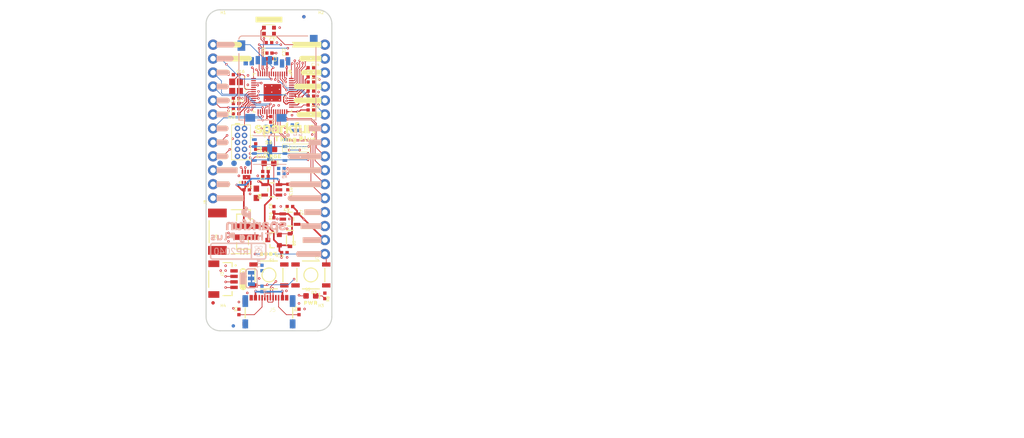
<source format=kicad_pcb>
(kicad_pcb (version 20211014) (generator pcbnew)
  (layers (0 "F.Cu" signal) (1 "In1.Cu" signal) (2 "In2.Cu" signal) (31 "B.Cu" signal) (34 "B.Paste" user) (35 "F.Paste" user) (36 "B.SilkS" user "B.Silkscreen") (37 "F.SilkS" user "F.Silkscreen") (38 "B.Mask" user) (39 "F.Mask" user) (44 "Edge.Cuts" user))
  (net 0 "")
  (net 1 "3.3V")
  (net 2 "GND")
  (net 3 "V_USB")
  (net 4 "N$9")
  (net 5 "N$14")
  (net 6 "V_BATT")
  (net 7 "N$17")
  (net 8 "N$1")
  (net 9 "SWDIO")
  (net 10 "EN")
  (net 11 "N$2")
  (net 12 "N$3")
  (net 13 "QSPI-CS")
  (net 14 "QSPI-CLK")
  (net 15 "QSPI-0")
  (net 16 "QSPI-3")
  (net 17 "QSPI-1")
  (net 18 "QSPI-2")
  (net 19 "~{RESET}")
  (net 20 "SWDCK")
  (net 21 "SPI_SCK1/SDIO_CLK")
  (net 22 "SPI_CIPO1/SDIO_DAT0")
  (net 23 "SPI_COPI1/SDIO_CMD")
  (net 24 "SPI_~{CS1}/SDIO_DAT3")
  (net 25 "ADC3")
  (net 26 "ADC0")
  (net 27 "ADC1")
  (net 28 "LED_BUILTIN")
  (net 29 "SDIO_DAT1")
  (net 30 "SDIO_DAT2")
  (net 31 "USB_N")
  (net 32 "USB_P")
  (net 33 "N$4")
  (net 34 "N$5")
  (net 35 "N$6")
  (net 36 "USB_F_N")
  (net 37 "USB_F_P")
  (net 38 "1.1V")
  (net 39 "AVDD")
  (net 40 "ADC2")
  (net 41 "N$11")
  (net 42 "N$12")
  (net 43 "UART0_TX")
  (net 44 "UART0_RX")
  (net 45 "SPI0_SCK")
  (net 46 "SPI0_COPI")
  (net 47 "SPI0_CIPO")
  (net 48 "I2C1_SDA")
  (net 49 "I2C1_SCL/GPIO23")
  (net 50 "GPIO16")
  (net 51 "GPIO17")
  (net 52 "GPIO18")
  (net 53 "GPIO19")
  (net 54 "GPIO20")
  (net 55 "GPIO21")
  (net 56 "GPIO22")
  (net 57 "BATT_ALERT")
  (net 58 "WS2812_DO")
  (net 59 "WS2812_DI")
  (net 60 "BOOT")
  (net 61 "N$15")
  (net 62 "N$7")
  (footprint "boardEagle:STAND-OFF" (layer "F.Cu") (at 157.3911 131.6736)
    (fp_text reference "H3")
    (fp_text value "STAND-OFF")
  )
  (footprint "boardEagle:0402-TIGHT" (layer "F.Cu") (at 156.1211 91.5035 180)
    (fp_text reference "R7")
    (fp_text value "200OHM-0402T-1/16W-1%")
  )
  (footprint "boardEagle:2X5-PTH-1.27MM" (layer "F.Cu") (at 143.4211 99.9236 -90)
    (fp_text reference "J1")
    (fp_text value "SWD")
  )
  (footprint "boardEagle:0402-TIGHT" (layer "F.Cu") (at 153.9621 130.7846 90)
    (fp_text reference "R4")
    (fp_text value "5.1k")
  )
  (footprint "boardEagle:#WS2812#0" (layer "F.Cu") (at 148.5011 77.5716)
    (fp_text reference "U$60" hide)
    (fp_text value "" hide)
  )
  (footprint "boardEagle:SOT23-5" (layer "F.Cu") (at 152.3111 113.8936 -90)
    (fp_text reference "U7")
    (fp_text value "3.3V")
  )
  (footprint "boardEagle:0402-TIGHT" (layer "F.Cu") (at 158.6611 127.8636 -90)
    (fp_text reference "R8")
    (fp_text value "1k")
  )
  (footprint "boardEagle:#GND_#0" (layer "F.Cu") (at 158.2801 112.6236)
    (fp_text reference "U$25" hide)
    (fp_text value "" hide)
  )
  (footprint "boardEagle:0402-TIGHT" (layer "F.Cu") (at 142.5321 93.7895 180)
    (fp_text reference "C17")
    (fp_text value "0.1uF")
  )
  (footprint "boardEagle:STAND-OFF" (layer "F.Cu") (at 139.6111 131.6736)
    (fp_text reference "H4")
    (fp_text value "STAND-OFF")
  )
  (footprint "boardEagle:TACTILE_SWITCH_SMD_5.2MM" (layer "F.Cu") (at 148.5011 124.0536)
    (fp_text reference "S1")
    (fp_text value "MOMENTARY-SWITCH-SPST-SMD-5.2MM-TALL")
  )
  (footprint "boardEagle:0402-TIGHT" (layer "F.Cu") (at 149.3901 112.1156 90)
    (fp_text reference "C8")
    (fp_text value "1.0uF")
  )
  (footprint "boardEagle:0402-TIGHT" (layer "F.Cu") (at 156.1211 93.1164)
    (fp_text reference "C28")
    (fp_text value "2.2uF")
  )
  (footprint "boardEagle:CREATIVE_COMMONS" (layer "F.Cu") (at 119.9261 153.2636)
    (fp_text reference "FRAME1" hide)
    (fp_text value "FRAME-LEDGER" hide)
  )
  (footprint "boardEagle:0402-TIGHT" (layer "F.Cu") (at 149.0472 84.1756 -90)
    (fp_text reference "C2")
    (fp_text value "0.1uF")
  )
  (footprint "boardEagle:#4#CIPO_#0" (layer "F.Cu") (at 158.2801 89.7636)
    (fp_text reference "U$13" hide)
    (fp_text value "" hide)
  )
  (footprint "boardEagle:0402-TIGHT" (layer "F.Cu") (at 142.5321 92.8497)
    (fp_text reference "R11")
    (fp_text value "1k")
  )
  (footprint "boardEagle:0402-TIGHT" (layer "F.Cu") (at 156.1211 90.5891)
    (fp_text reference "C18")
    (fp_text value "0.1uF")
  )
  (footprint "boardEagle:0402-TIGHT" (layer "F.Cu") (at 156.1211 88.9381)
    (fp_text reference "C25")
    (fp_text value "0.1uF")
  )
  (footprint "boardEagle:0402-TIGHT" (layer "F.Cu") (at 148.5011 81.7626)
    (fp_text reference "C3")
    (fp_text value "0.1uF")
  )
  (footprint "boardEagle:RP2040_10" (layer "F.Cu") (at 153.4541 100.9396)
    (fp_text reference "U$29" hide)
    (fp_text value "" hide)
  )
  (footprint "boardEagle:LED-0603" (layer "F.Cu") (at 148.5011 103.7336)
    (fp_text reference "D1")
    (fp_text value "Yellow")
  )
  (footprint "boardEagle:USB-C-16P-4LAYER-ISOLATED" (layer "F.Cu") (at 148.5011 127.8636)
    (fp_text reference "J5")
    (fp_text value "USB C")
  )
  (footprint "boardEagle:0402-TIGHT" (layer "F.Cu") (at 156.1211 94.0308)
    (fp_text reference "C20")
    (fp_text value "0.1uF")
  )
  (footprint "boardEagle:FIDUCIAL-MICRO" (layer "F.Cu") (at 138.3411 129.1336)
    (fp_text reference "FD1" hide)
    (fp_text value "FIDUCIALUFIDUCIAL" hide)
  )
  (footprint "boardEagle:CRYSTAL-SMD-2X2.5MM" (layer "F.Cu") (at 142.5321 89.7636 -90)
    (fp_text reference "Y2")
    (fp_text value "12MHz")
  )
  (footprint "boardEagle:WS2812-2020" (layer "F.Cu") (at 148.5011 79.6036)
    (fp_text reference "U6" hide)
    (fp_text value "WS2812-2020" hide)
  )
  (footprint "boardEagle:#_22#0" (layer "F.Cu") (at 138.7221 87.2236)
    (fp_text reference "U$7" hide)
    (fp_text value "" hide)
  )
  (footprint "boardEagle:0402-TIGHT" (layer "F.Cu") (at 142.5321 94.7166 180)
    (fp_text reference "C26")
    (fp_text value "2.2uF")
  )
  (footprint "boardEagle:0402-TIGHT" (layer "F.Cu") (at 151.2951 119.9896 180)
    (fp_text reference "R15")
    (fp_text value "10k")
  )
  (footprint "boardEagle:CHARGE0" (layer "F.Cu") (at 148.5011 102.4636)
    (fp_text reference "U$55" hide)
    (fp_text value "" hide)
  )
  (footprint "boardEagle:0402-TIGHT" (layer "F.Cu") (at 156.1211 86.3346)
    (fp_text reference "C24")
    (fp_text value "0.1uF")
  )
  (footprint "boardEagle:#29#ADC3_#0" (layer "F.Cu") (at 158.2801 102.4636)
    (fp_text reference "U$18" hide)
    (fp_text value "" hide)
  )
  (footprint "boardEagle:JST04_1MM_RA" (layer "F.Cu") (at 142.1511 124.8156 -90)
    (fp_text reference "J3")
    (fp_text value "Qwiic")
  )
  (footprint "boardEagle:#_16#0" (layer "F.Cu") (at 138.7221 102.4636)
    (fp_text reference "U$1" hide)
    (fp_text value "" hide)
  )
  (footprint "boardEagle:#_17#0" (layer "F.Cu") (at 138.7221 99.9236)
    (fp_text reference "U$2" hide)
    (fp_text value "" hide)
  )
  (footprint "boardEagle:0402-TIGHT" (layer "F.Cu") (at 151.9301 108.0516 -90)
    (fp_text reference "C10")
    (fp_text value "4.7uF")
  )
  (footprint "boardEagle:BOOT0" (layer "F.Cu") (at 148.5011 120.2436)
    (fp_text reference "U$56" hide)
    (fp_text value "" hide)
  )
  (footprint "boardEagle:JST-2-SMD" (layer "F.Cu") (at 140.6271 116.1796 90)
    (fp_text reference "J4")
    (fp_text value "")
  )
  (footprint "boardEagle:DFN-8" (layer "F.Cu") (at 144.4371 106.2736)
    (fp_text reference "U2")
    (fp_text value "MAX17048")
  )
  (footprint "boardEagle:#27#ADC1_#0" (layer "F.Cu") (at 158.2801 107.5436)
    (fp_text reference "U$20" hide)
    (fp_text value "" hide)
  )
  (footprint "boardEagle:ORDERING_INSTRUCTIONS" (layer "F.Cu") (at 184.0611 77.0636)
    (fp_text reference "U$31" hide)
    (fp_text value "" hide)
  )
  (footprint "boardEagle:0402-TIGHT" (layer "F.Cu") (at 146.0881 100.6856 -90)
    (fp_text reference "R3")
    (fp_text value "1k")
  )
  (footprint "boardEagle:PWR0" (layer "F.Cu") (at 156.1211 129.1336)
    (fp_text reference "U$16" hide)
    (fp_text value "" hide)
  )
  (footprint "boardEagle:#_VBATT#0" (layer "F.Cu") (at 138.7221 110.0836)
    (fp_text reference "U$24" hide)
    (fp_text value "" hide)
  )
  (footprint "boardEagle:#_EN#0" (layer "F.Cu") (at 138.7221 107.5436)
    (fp_text reference "U$23" hide)
    (fp_text value "" hide)
  )
  (footprint "boardEagle:0402-TIGHT" (layer "F.Cu") (at 143.0401 130.7846 90)
    (fp_text reference "R1")
    (fp_text value "5.1k")
  )
  (footprint "boardEagle:250" (layer "F.Cu") (at 148.5011 99.9236)
    (fp_text reference "U$54" hide)
    (fp_text value "" hide)
  )
  (footprint "boardEagle:#1#RX_#0" (layer "F.Cu") (at 158.2801 87.2236)
    (fp_text reference "U$12" hide)
    (fp_text value "" hide)
  )
  (footprint "boardEagle:#_20#0" (layer "F.Cu") (at 138.7221 92.3036)
    (fp_text reference "U$5" hide)
    (fp_text value "" hide)
  )
  (footprint "boardEagle:SOT23-5" (layer "F.Cu") (at 149.0091 108.5596 90)
    (fp_text reference "U3")
    (fp_text value "MCP73831")
  )
  (footprint "boardEagle:0402-TIGHT" (layer "F.Cu") (at 156.1211 88.0237)
    (fp_text reference "C21")
    (fp_text value "0.1uF")
  )
  (footprint "boardEagle:0402-TIGHT" (layer "F.Cu") (at 147.8661 106.1466 180)
    (fp_text reference "C7")
    (fp_text value "4.7uF")
  )
  (footprint "boardEagle:SFE_LOGO_NAME_.1" (layer "F.Cu") (at 151.4221 97.663)
    (fp_text reference "U$45" hide)
    (fp_text value "" hide)
  )
  (footprint "boardEagle:STAND-OFF" (layer "F.Cu") (at 139.6111 78.3336)
    (fp_text reference "H1")
    (fp_text value "STAND-OFF")
  )
  (footprint "boardEagle:#_SCL#7#23#0" (layer "F.Cu") (at 138.7221 84.6836)
    (fp_text reference "U$8" hide)
    (fp_text value "" hide)
  )
  (footprint "boardEagle:1X12_NO_SILK" (layer "F.Cu") (at 138.3411 110.0836 90)
    (fp_text reference "J8")
    (fp_text value "")
  )
  (footprint "boardEagle:SOT23-3" (layer "F.Cu") (at 149.3901 117.7036 90)
    (fp_text reference "Q1")
    (fp_text value "20V/4.2A/52mΩ/1.4W")
  )
  (footprint "boardEagle:FIDUCIAL-MICRO" (layer "F.Cu") (at 154.8511 77.0636)
    (fp_text reference "FD2" hide)
    (fp_text value "FIDUCIALUFIDUCIAL" hide)
  )
  (footprint "boardEagle:0402-TIGHT" (layer "F.Cu") (at 142.5321 87.6046)
    (fp_text reference "C16")
    (fp_text value "15pF")
  )
  (footprint "boardEagle:SOD-323" (layer "F.Cu") (at 152.3111 117.7036 -90)
    (fp_text reference "D2")
    (fp_text value "1A/23V/620mV")
  )
  (footprint "boardEagle:TACTILE_SWITCH_SMD_5.2MM" (layer "F.Cu") (at 156.1211 124.0536 180)
    (fp_text reference "S2")
    (fp_text value "MOMENTARY-SWITCH-SPST-SMD-5.2MM-TALL")
  )
  (footprint "boardEagle:#AREF_#0" (layer "F.Cu") (at 158.2801 115.1636)
    (fp_text reference "U$26" hide)
    (fp_text value "" hide)
  )
  (footprint "boardEagle:0402-TIGHT" (layer "F.Cu") (at 148.8313 95.7326 -90)
    (fp_text reference "C27")
    (fp_text value "2.2uF")
  )
  (footprint "boardEagle:#0#TX_#0" (layer "F.Cu") (at 158.2801 84.6836)
    (fp_text reference "U$11" hide)
    (fp_text value "" hide)
  )
  (footprint "boardEagle:#_VUSB#0" (layer "F.Cu") (at 138.7221 105.0036)
    (fp_text reference "U$22" hide)
    (fp_text value "" hide)
  )
  (footprint "boardEagle:#_18#0" (layer "F.Cu") (at 138.7221 97.3836)
    (fp_text reference "U$3" hide)
    (fp_text value "" hide)
  )
  (footprint "boardEagle:#_SDA#6#0" (layer "F.Cu") (at 138.7221 82.1436)
    (fp_text reference "U$9" hide)
    (fp_text value "" hide)
  )
  (footprint "boardEagle:LED-0603" (layer "F.Cu") (at 148.6281 101.1936 180)
    (fp_text reference "D4")
    (fp_text value "BLUE")
  )
  (footprint "boardEagle:QFN-56" (layer "F.Cu") (at 149.1361 90.9066 -90)
    (fp_text reference "U5")
    (fp_text value "RP2040")
  )
  (footprint "boardEagle:#26#ADC0_#0" (layer "F.Cu") (at 158.2801 110.0836)
    (fp_text reference "U$21" hide)
    (fp_text value "" hide)
  )
  (footprint "boardEagle:#28#ADC2_#0" (layer "F.Cu") (at 158.2801 105.0036)
    (fp_text reference "U$19" hide)
    (fp_text value "" hide)
  )
  (footprint "boardEagle:0402-TIGHT" (layer "F.Cu") (at 151.8031 84.3026 90)
    (fp_text reference "C22")
    (fp_text value "0.1uF")
  )
  (footprint "boardEagle:#3#3V_#0" (layer "F.Cu") (at 158.2801 117.7036)
    (fp_text reference "U$27" hide)
    (fp_text value "" hide)
  )
  (footprint "boardEagle:0603" (layer "F.Cu") (at 146.2151 109.1946 -90)
    (fp_text reference "R6")
    (fp_text value "2.0k")
  )
  (footprint "boardEagle:#2#SCK_#0" (layer "F.Cu") (at 158.2801 94.8436)
    (fp_text reference "U$15" hide)
    (fp_text value "" hide)
  )
  (footprint "boardEagle:#_21#0" (layer "F.Cu") (at 138.7221 89.7636)
    (fp_text reference "U$6" hide)
    (fp_text value "" hide)
  )
  (footprint "boardEagle:##RESET##0" (layer "F.Cu") (at 158.1531 120.2436)
    (fp_text reference "U$28" hide)
    (fp_text value "" hide)
  )
  (footprint "boardEagle:0402-TIGHT" (layer "F.Cu") (at 152.3111 111.6076 180)
    (fp_text reference "C9")
    (fp_text value "2.2uF")
  )
  (footprint "boardEagle:#3#COPI_#0" (layer "F.Cu") (at 158.2801 92.3036)
    (fp_text reference "U$14" hide)
    (fp_text value "" hide)
  )
  (footprint "boardEagle:0402-TIGHT" (layer "F.Cu") (at 144.4371 108.5596)
    (fp_text reference "C1")
    (fp_text value "0.1uF")
  )
  (footprint "boardEagle:1X16_NO_SILK" (layer "F.Cu") (at 158.6611 120.2436 90)
    (fp_text reference "J7")
    (fp_text value "")
  )
  (footprint "boardEagle:0402-TIGHT" (layer "F.Cu") (at 149.3901 114.1476 90)
    (fp_text reference "R16")
    (fp_text value "10k")
  )
  (footprint "boardEagle:0402-TIGHT" (layer "F.Cu") (at 147.8661 105.2322)
    (fp_text reference "R2")
    (fp_text value "1k")
  )
  (footprint "boardEagle:#WS2812_#0" (layer "F.Cu") (at 158.2801 82.1436)
    (fp_text reference "U$10" hide)
    (fp_text value "" hide)
  )
  (footprint "boardEagle:0402-TIGHT" (layer "F.Cu") (at 148.1201 84.1756 90)
    (fp_text reference "C23")
    (fp_text value "0.1uF")
  )
  (footprint "boardEagle:#_19#0" (layer "F.Cu") (at 138.7221 94.8436)
    (fp_text reference "U$4" hide)
    (fp_text value "" hide)
  )
  (footprint "boardEagle:LED-0603" (layer "F.Cu") (at 156.1211 127.8636)
    (fp_text reference "D3")
    (fp_text value "RED")
  )
  (footprint "boardEagle:0402-TIGHT" (layer "F.Cu") (at 142.5321 91.9226 180)
    (fp_text reference "C5")
    (fp_text value "15pF")
  )
  (footprint "boardEagle:STAND-OFF" (layer "F.Cu") (at 157.3911 78.3336)
    (fp_text reference "H2")
    (fp_text value "STAND-OFF")
  )
  (footprint "boardEagle:THING_PLUS_0" (layer "F.Cu") (at 153.4541 99.2886)
    (fp_text reference "U$47" hide)
    (fp_text value "" hide)
  )
  (footprint "boardEagle:QWIIC_4MM" (layer "F.Cu") (at 143.8021 124.8156 -90)
    (fp_text reference "U$64" hide)
    (fp_text value "" hide)
  )
  (footprint "boardEagle:PAD.03X.04" (layer "B.Cu") (at 144.6911 103.7336 180)
    (fp_text reference "TP3" hide)
    (fp_text value "" hide)
  )
  (footprint "boardEagle:MICRO-SD-SOCKET" (layer "B.Cu") (at 143.0401 95.8596 180)
    (fp_text reference "J6")
    (fp_text value "microSD")
  )
  (footprint "boardEagle:SFE_LOGO_NAME_FLAME_.1" (layer "B.Cu") (at 146.0881 115.2906 180)
    (fp_text reference "U$32" hide)
    (fp_text value "" hide)
  )
  (footprint "boardEagle:FIDUCIAL-MICRO" (layer "B.Cu") (at 154.8511 77.0636 180)
    (fp_text reference "FD4" hide)
    (fp_text value "FIDUCIALUFIDUCIAL" hide)
  )
  (footprint "boardEagle:#_26#ADC0#0" (layer "B.Cu") (at 158.2801 110.0836 180)
    (fp_text reference "U$39" hide)
    (fp_text value "" hide)
  )
  (footprint "boardEagle:THING_PLUS0" (layer "B.Cu") (at 143.4211 117.0686 180)
    (fp_text reference "U$44" hide)
    (fp_text value "" hide)
  )
  (footprint "boardEagle:#_NC#0" (layer "B.Cu") (at 158.2801 97.3836 180)
    (fp_text reference "U$70" hide)
    (fp_text value "" hide)
  )
  (footprint "boardEagle:#18_#0" (layer "B.Cu") (at 138.7221 97.3836 180)
    (fp_text reference "U$62" hide)
    (fp_text value "" hide)
  )
  (footprint "boardEagle:#21_#0" (layer "B.Cu") (at 138.7221 89.7636 180)
    (fp_text reference "U$58" hide)
    (fp_text value "" hide)
  )
  (footprint "boardEagle:0402-TIGHT" (layer "B.Cu") (at 148.5011 98.0186)
    (fp_text reference "C4")
    (fp_text value "2.2uF")
  )
  (footprint "boardEagle:RP2040_20" (layer "B.Cu") (at 142.9131 119.7356 180)
    (fp_text reference "U$30" hide)
    (fp_text value "" hide)
  )
  (footprint "boardEagle:#_28#ADC2#0" (layer "B.Cu") (at 158.2801 105.0036 180)
    (fp_text reference "U$41" hide)
    (fp_text value "" hide)
  )
  (footprint "boardEagle:#16_#0" (layer "B.Cu") (at 138.7221 102.4636 180)
    (fp_text reference "U$65" hide)
    (fp_text value "" hide)
  )
  (footprint "boardEagle:#_#RESET##0" (layer "B.Cu") (at 158.2801 120.2436 180)
    (fp_text reference "U$35" hide)
    (fp_text value "" hide)
  )
  (footprint "boardEagle:0402-TIGHT" (layer "B.Cu") (at 150.7617 104.6734)
    (fp_text reference "R9")
    (fp_text value "10k")
  )
  (footprint "boardEagle:FIDUCIAL-MICRO" (layer "B.Cu") (at 142.0241 133.3246 180)
    (fp_text reference "FD3" hide)
    (fp_text value "FIDUCIALUFIDUCIAL" hide)
  )
  (footprint "boardEagle:#VBATT_#0" (layer "B.Cu") (at 138.7221 110.0836 180)
    (fp_text reference "U$68" hide)
    (fp_text value "" hide)
  )
  (footprint "boardEagle:#_NC#0" (layer "B.Cu") (at 158.2801 99.9236 180)
    (fp_text reference "U$69" hide)
    (fp_text value "" hide)
  )
  (footprint "boardEagle:#20_#0" (layer "B.Cu") (at 138.7221 92.3036 180)
    (fp_text reference "U$59" hide)
    (fp_text value "" hide)
  )
  (footprint "boardEagle:#19_#0" (layer "B.Cu") (at 138.7221 94.8436 180)
    (fp_text reference "U$61" hide)
    (fp_text value "" hide)
  )
  (footprint "boardEagle:0402-TIGHT" (layer "B.Cu") (at 147.2311 122.7836 -90)
    (fp_text reference "R17")
    (fp_text value "2.2k")
  )
  (footprint "boardEagle:#_AREF#0" (layer "B.Cu") (at 158.2801 115.1636 180)
    (fp_text reference "U$37" hide)
    (fp_text value "" hide)
  )
  (footprint "boardEagle:#EN_#0" (layer "B.Cu") (at 138.7221 107.5436 180)
    (fp_text reference "U$67" hide)
    (fp_text value "" hide)
  )
  (footprint "boardEagle:SMT-JUMPER_3_2-NC_TRACE_SILK" (layer "B.Cu") (at 145.3261 124.6886 -90)
    (fp_text reference "JP1")
    (fp_text value "JUMPER-SMT_3_2-NC_TRACE_SILK" hide)
  )
  (footprint "boardEagle:#_GND#0" (layer "B.Cu") (at 158.2801 112.6236 180)
    (fp_text reference "U$38" hide)
    (fp_text value "" hide)
  )
  (footprint "boardEagle:#SCL_#0" (layer "B.Cu") (at 138.7221 84.6836 180)
    (fp_text reference "U$33" hide)
    (fp_text value "" hide)
  )
  (footprint "boardEagle:#_29#ADC3#0" (layer "B.Cu") (at 158.2801 102.4636 180)
    (fp_text reference "U$42" hide)
    (fp_text value "" hide)
  )
  (footprint "boardEagle:#SDA_#0" (layer "B.Cu") (at 138.7221 82.1436 180)
    (fp_text reference "U$34" hide)
    (fp_text value "" hide)
  )
  (footprint "boardEagle:#22_#0" (layer "B.Cu") (at 138.7221 87.2236 180)
    (fp_text reference "U$57" hide)
    (fp_text value "" hide)
  )
  (footprint "boardEagle:#I�C#0" (layer "B.Cu") (at 143.7005 124.6886 90)
    (fp_text reference "U$17" hide)
    (fp_text value "" hide)
  )
  (footprint "boardEagle:WSON-8-6X5-SKINNY_CENTERPAD" (layer "B.Cu") (at 148.6281 101.3206 180)
    (fp_text reference "U4")
    (fp_text value "W25QXX128MBIT")
  )
  (footprint "boardEagle:#_3#3V#0" (layer "B.Cu") (at 158.2801 117.7036 180)
    (fp_text reference "U$36" hide)
    (fp_text value "" hide)
  )
  (footprint "boardEagle:#VUSB_#0" (layer "B.Cu") (at 138.7221 105.0036 180)
    (fp_text reference "U$66" hide)
    (fp_text value "" hide)
  )
  (footprint "boardEagle:0402-TIGHT" (layer "B.Cu") (at 148.5011 97.0026)
    (fp_text reference "C29")
    (fp_text value "0.1uF")
  )
  (footprint "boardEagle:0402-TIGHT" (layer "B.Cu") (at 147.2311 126.5936 90)
    (fp_text reference "R10")
    (fp_text value "2.2k")
  )
  (footprint "boardEagle:0402-TIGHT" (layer "B.Cu") (at 150.7617 105.6005)
    (fp_text reference "R5")
    (fp_text value "1k")
  )
  (footprint "boardEagle:PAD.03X.04" (layer "B.Cu") (at 142.1511 103.7336 180)
    (fp_text reference "TP2" hide)
    (fp_text value "" hide)
  )
  (footprint "boardEagle:0402-TIGHT" (layer "B.Cu") (at 153.6827 97.2566 90)
    (fp_text reference "R13")
    (fp_text value "27")
  )
  (footprint "boardEagle:#_27#ADC1#0" (layer "B.Cu") (at 158.2801 107.5436 180)
    (fp_text reference "U$40" hide)
    (fp_text value "" hide)
  )
  (footprint "boardEagle:0402-TIGHT" (layer "B.Cu") (at 152.7429 97.2566 90)
    (fp_text reference "R12")
    (fp_text value "27")
  )
  (footprint "boardEagle:PAD.03X.04" (layer "B.Cu") (at 139.6111 103.7336 180)
    (fp_text reference "TP1" hide)
    (fp_text value "" hide)
  )
  (footprint "boardEagle:#17_#0" (layer "B.Cu") (at 138.7221 99.9236 180)
    (fp_text reference "U$63" hide)
    (fp_text value "" hide)
  )
  (gr_line (start 137.0711 131.6736) (end 137.0711 78.3336) (layer "Edge.Cuts") (width 0.2032))
  (gr_arc (start 139.6111 134.2136) (mid 137.815049 133.469651) (end 137.0711 131.6736) (layer "Edge.Cuts") (width 0.2032))
  (gr_line (start 159.9311 78.3336) (end 159.9311 131.6736) (layer "Edge.Cuts") (width 0.2032))
  (gr_line (start 157.3911 134.2136) (end 139.6111 134.2136) (layer "Edge.Cuts") (width 0.2032))
  (gr_line (start 139.6111 75.7936) (end 157.3911 75.7936) (layer "Edge.Cuts") (width 0.2032))
  (gr_arc (start 159.9311 131.6736) (mid 159.187151 133.469651) (end 157.3911 134.2136) (layer "Edge.Cuts") (width 0.2032))
  (gr_arc (start 137.0711 78.3336) (mid 137.815049 76.537549) (end 139.6111 75.7936) (layer "Edge.Cuts") (width 0.2032))
  (gr_arc (start 157.3911 75.7936) (mid 159.187151 76.537549) (end 159.9311 78.3336) (layer "Edge.Cuts") (width 0.2032))
  (gr_text "+" (at 144.3101 114.4016) (layer "F.SilkS") (effects (font (size 1.0795 1.0795) (thickness 0.1905)) (justify left bottom)))
  (gr_text "-" (at 145.3261 118.9736 90) (layer "F.SilkS") (effects (font (size 1.0795 1.0795) (thickness 0.1905)) (justify left bottom)))
  (segment (start 144.8721 91.1066) (end 145.6996 91.1066) (width 0.2032) (layer "F.Cu") (net 1))
  (segment (start 155.6211 88.0237) (end 155.6131 88.0157) (width 0.2032) (layer "F.Cu") (net 1))
  (segment (start 155.2441 127.8636) (end 154.0891 127.8636) (width 0.127) (layer "F.Cu") (net 1))
  (segment (start 152.5726 93.1066) (end 153.696112 93.1066) (width 0.2032) (layer "F.Cu") (net 1))
  (segment (start 153.696112 93.1066) (end 154.4447 92.358013) (width 0.2032) (layer "F.Cu") (net 1))
  (segment (start 148.1201 84.6756) (end 148.1455 84.701) (width 0.2032) (layer "F.Cu") (net 1))
  (segment (start 151.7361 87.4701) (end 151.7361 86.3346) (width 0.2032) (layer "F.Cu") (net 1))
  (segment (start 153.2576 91.5066) (end 153.4704 91.7194) (width 0.2032) (layer "F.Cu") (net 1))
  (segment (start 158.6611 117.7036) (end 154.8511 113.8936) (width 0.3048) (layer "F.Cu") (net 1))
  (segment (start 154.8511 113.8936) (end 153.9011 112.9436) (width 0.3048) (layer "F.Cu") (net 1))
  (segment (start 155.6211 90.5891) (end 155.5496 90.5891) (width 0.2032) (layer "F.Cu") (net 1))
  (segment (start 151.7361 84.8696) (end 151.7361 86.3346) (width 0.2032) (layer "F.Cu") (net 1))
  (segment (start 153.2763 91.1066) (end 153.6351 91.1066) (width 0.2032) (layer "F.Cu") (net 1))
  (segment (start 143.7005 93.1926) (end 143.1036 93.7895) (width 0.2032) (layer "F.Cu") (net 1))
  (segment (start 149.0472 83.6756) (end 149.8045 83.6756) (width 0.2032) (layer "F.Cu") (net 1))
  (segment (start 155.0925 89.6492) (end 153.6351 91.1066) (width 0.2032) (layer "F.Cu") (net 1))
  (segment (start 140.6351 124.3156) (end 140.6271 124.3076) (width 0.127) (layer "F.Cu") (net 1))
  (segment (start 144.4371 92.5068) (end 143.7513 93.1926) (width 0.2032) (layer "F.Cu") (net 1))
  (segment (start 148.1361 95.2326) (end 148.1361 95.7326) (width 0.2032) (layer "F.Cu") (net 1))
  (segment (start 154.4447 92.358013) (end 154.4447 91.694) (width 0.2032) (layer "F.Cu") (net 1))
  (segment (start 152.5726 91.1066) (end 153.2763 91.1066) (width 0.2032) (layer "F.Cu") (net 1))
  (segment (start 153.6112 112.9436) (end 153.6112 112.4077) (width 0.3048) (layer "F.Cu") (net 1))
  (segment (start 154.4447 91.694) (end 154.4574 91.6813) (width 0.2032) (layer "F.Cu") (net 1))
  (segment (start 142.1511 124.3156) (end 140.6351 124.3156) (width 0.127) (layer "F.Cu") (net 1))
  (segment (start 154.2669 94.0308) (end 155.6211 94.0308) (width 0.2032) (layer "F.Cu") (net 1))
  (segment (start 147.5861 81.0006) (end 147.5861 81.3476) (width 0.127) (layer "F.Cu") (net 1))
  (segment (start 147.5861 80.1536) (end 147.5861 81.0006) (width 0.127) (layer "F.Cu") (net 1))
  (segment (start 155.6131 88.022813) (end 155.6131 88.0157) (width 0.2032) (layer "F.Cu") (net 1))
  (segment (start 152.5726 91.5066) (end 153.2576 91.5066) (width 0.2032) (layer "F.Cu") (net 1))
  (segment (start 153.9011 112.9436) (end 153.6112 112.9436) (width 0.127) (layer "F.Cu") (net 1))
  (segment (start 151.7361 94.3431) (end 153.7081 94.3431) (width 0.2032) (layer "F.Cu") (net 1))
  (segment (start 153.2576 91.5066) (end 153.2763 91.4879) (width 0.2032) (layer "F.Cu") (net 1))
  (segment (start 155.0925 88.543413) (end 155.6131 88.022813) (width 0.2032) (layer "F.Cu") (net 1))
  (segment (start 155.6211 90.5891) (end 155.6211 91.5035) (width 0.127) (layer "F.Cu") (net 1))
  (segment (start 148.1361 94.3431) (end 148.1361 95.2326) (width 0.2032) (layer "F.Cu") (net 1))
  (segment (start 153.2763 91.4879) (end 153.2763 91.1066) (width 0.2032) (layer "F.Cu") (net 1))
  (segment (start 149.8045 83.6756) (end 149.8092 83.6803) (width 0.127) (layer "F.Cu") (net 1))
  (segment (start 147.5861 81.3476) (end 148.0011 81.7626) (width 0.127) (layer "F.Cu") (net 1))
  (segment (start 148.1361 87.4701) (end 148.1455 87.4607) (width 0.2032) (layer "F.Cu") (net 1))
  (segment (start 151.8031 84.8026) (end 151.7361 84.8696) (width 0.127) (layer "F.Cu") (net 1))
  (segment (start 148.8313 95.2326) (end 148.1361 95.2326) (width 0.2032) (layer "F.Cu") (net 1))
  (segment (start 155.6131 88.0157) (end 155.6131 87.2327) (width 0.2032) (layer "F.Cu") (net 1))
  (segment (start 153.7081 94.3431) (end 153.9546 94.3431) (width 0.2032) (layer "F.Cu") (net 1))
  (segment (start 143.0321 93.7895) (end 143.1036 93.7895) (width 0.127) (layer "F.Cu") (net 1))
  (segment (start 144.4371 92.5068) (end 144.4371 91.5416) (width 0.2032) (layer "F.Cu") (net 1))
  (segment (start 153.6112 112.4077) (end 152.8111 111.6076) (width 0.3048) (layer "F.Cu") (net 1))
  (segment (start 148.1361 95.7326) (end 148.1375 95.7326) (width 0.2032) (layer "F.Cu") (net 1))
  (segment (start 155.0925 88.543413) (end 155.0925 89.6492) (width 0.2032) (layer "F.Cu") (net 1))
  (segment (start 148.1455 84.701) (end 148.1455 86.3346) (width 0.2032) (layer "F.Cu") (net 1))
  (segment (start 144.4371 91.5416) (end 144.8721 91.1066) (width 0.2032) (layer "F.Cu") (net 1))
  (segment (start 154.0891 127.8636) (end 153.9621 127.7366) (width 0.127) (layer "F.Cu") (net 1))
  (segment (start 153.9546 94.3431) (end 154.2669 94.0308) (width 0.2032) (layer "F.Cu") (net 1))
  (segment (start 155.5496 90.5891) (end 154.4574 91.6813) (width 0.2032) (layer "F.Cu") (net 1))
  (segment (start 148.1455 86.3346) (end 148.1455 87.4607) (width 0.2032) (layer "F.Cu") (net 1))
  (segment (start 143.7005 93.1926) (end 143.7513 93.1926) (width 0.2032) (layer "F.Cu") (net 1))
  (via blind (at 153.4704 91.7194) (size 0.45) (drill 0.2) (layers "F.Cu" "In1.Cu") (net 1))
  (via blind (at 148.1361 95.7326) (size 0.45) (drill 0.2) (layers "F.Cu" "In1.Cu") (net 1))
  (via blind (at 154.8511 113.8936) (size 0.45) (drill 0.2) (layers "F.Cu" "In1.Cu") (net 1))
  (via blind (at 151.7361 86.3346) (size 0.45) (drill 0.2) (layers "F.Cu" "In1.Cu") (net 1))
  (via blind (at 154.4574 91.6813) (size 0.45) (drill 0.2) (layers "F.Cu" "In1.Cu") (net 1))
  (via blind (at 148.1455 86.3346) (size 0.45) (drill 0.2) (layers "F.Cu" "In1.Cu") (net 1))
  (via blind (at 147.5861 81.0006) (size 0.45) (drill 0.2) (layers "F.Cu" "In1.Cu") (net 1))
  (via blind (at 151.9047 104.6734) (size 0.45) (drill 0.2) (layers "F.Cu" "In1.Cu") (net 1))
  (via blind (at 153.9621 127.7366) (size 0.45) (drill 0.2) (layers "F.Cu" "In1.Cu") (net 1))
  (via blind (at 143.7513 93.1926) (size 0.45) (drill 0.2) (layers "F.Cu" "In1.Cu") (net 1))
  (via blind (at 146.7231 124.6886) (size 0.45) (drill 0.2) (layers "F.Cu" "In1.Cu") (net 1))
  (via blind (at 155.6131 87.2327) (size 0.45) (drill 0.2) (layers "F.Cu" "In1.Cu") (net 1))
  (via blind (at 140.6271 124.3076) (size 0.45) (drill 0.2) (layers "F.Cu" "In1.Cu") (net 1))
  (via blind (at 149.8092 83.6803) (size 0.45) (drill 0.2) (layers "F.Cu" "In1.Cu") (net 1))
  (via blind (at 153.7081 94.3431) (size 0.45) (drill 0.2) (layers "F.Cu" "In1.Cu") (net 1))
  (via blind (at 145.9611 98.0186) (size 0.45) (drill 0.2) (layers "F.Cu" "In1.Cu") (net 1))
  (segment (start 145.1871 107.2636) (end 145.1871 108.3096) (width 0.254) (layer "F.Cu") (net 2))
  (segment (start 145.1871 108.3096) (end 144.9371 108.5596) (width 0.254) (layer "F.Cu") (net 2))
  (via blind (at 147.8661 89.7636) (size 0.45) (drill 0.2) (layers "F.Cu" "In1.Cu") (net 2))
  (via blind (at 154.9781 130.2512) (size 0.45) (drill 0.2) (layers "F.Cu" "In1.Cu") (net 2))
  (via blind (at 151.4221 109.4232) (size 0.45) (drill 0.2) (layers "F.Cu" "In1.Cu") (net 2))
  (via blind (at 141.1351 87.6046) (size 0.45) (drill 0.2) (layers "F.Cu" "In1.Cu") (net 2))
  (via blind (at 156.3751 98.5012) (size 0.45) (drill 0.2) (layers "F.Cu" "In1.Cu") (net 2))
  (via blind (at 147.8661 92.1766) (size 0.45) (drill 0.2) (layers "F.Cu" "In1.Cu") (net 2))
  (via blind (at 143.0401 106.0196) (size 0.45) (drill 0.2) (layers "F.Cu" "In1.Cu") (net 2))
  (via blind (at 151.8031 115.6462) (size 0.45) (drill 0.2) (layers "F.Cu" "In1.Cu") (net 2))
  (via blind (at 144.5641 127.3302) (size 0.45) (drill 0.2) (layers "F.Cu" "In1.Cu") (net 2))
  (via blind (at 143.6751 91.9226) (size 0.45) (drill 0.2) (layers "F.Cu" "In1.Cu") (net 2))
  (via blind (at 152.1841 113.8682) (size 0.45) (drill 0.2) (layers "F.Cu" "In1.Cu") (net 2))
  (via blind (at 156.1211 94.8436) (size 0.45) (drill 0.2) (layers "F.Cu" "In1.Cu") (net 2))
  (via blind (at 150.2791 93.1926) (size 0.45) (drill 0.2) (layers "F.Cu" "In1.Cu") (net 2))
  (via blind (at 156.1211 84.6836) (size 0.45) (drill 0.2) (layers "F.Cu" "In1.Cu") (net 2))
  (via blind (at 149.0091 89.6366) (size 0.45) (drill 0.2) (layers "F.Cu" "In1.Cu") (net 2))
  (via blind (at 142.0241 130.1242) (size 0.45) (drill 0.2) (layers "F.Cu" "In1.Cu") (net 2))
  (via blind (at 141.8971 99.2632) (size 0.45) (drill 0.2) (layers "F.Cu" "In1.Cu") (net 2))
  (via blind (at 149.0091 90.7796) (size 0.45) (drill 0.2) (layers "F.Cu" "In1.Cu") (net 2))
  (via blind (at 146.4691 106.0196) (size 0.45) (drill 0.2) (layers "F.Cu" "In1.Cu") (net 2))
  (via blind (at 139.7381 123.2662) (size 0.45) (drill 0.2) (layers "F.Cu" "In1.Cu") (net 2))
  (via blind (at 141.1351 94.1832) (size 0.45) (drill 0.2) (layers "F.Cu" "In1.Cu") (net 2))
  (via blind (at 150.4061 90.2716) (size 0.45) (drill 0.2) (layers "F.Cu" "In1.Cu") (net 2))
  (via blind (at 151.4221 97.2312) (size 0.45) (drill 0.2) (layers "F.Cu" "In1.Cu") (net 2))
  (via blind (at 152.6921 94.9706) (size 0.45) (drill 0.2) (layers "F.Cu" "In1.Cu") (net 2))
  (via blind (at 153.9621 129.2352) (size 0.45) (drill 0.2) (layers "F.Cu" "In1.Cu") (net 2))
  (via blind (at 144.6657 89.4588) (size 0.45) (drill 0.2) (layers "F.Cu" "In1.Cu") (net 2))
  (via blind (at 150.4569 79.0448) (size 0.45) (drill 0.2) (layers "F.Cu" "In1.Cu") (net 2))
  (via blind (at 143.0401 128.9812) (size 0.45) (drill 0.2) (layers "F.Cu" "In1.Cu") (net 2))
  (via blind (at 141.1351 117.1702) (size 0.45) (drill 0.2) (layers "F.Cu" "In1.Cu") (net 2))
  (via blind (at 157.4927 93.091) (size 0.45) (drill 0.2) (layers "F.Cu" "In1.Cu") (net 2))
  (via blind (at 147.1295 97.4344) (size 0.45) (drill 0.2) (layers "F.Cu" "In1.Cu") (net 2))
  (via blind (at 144.6911 87.7316) (size 0.45) (drill 0.2) (layers "F.Cu" "In1.Cu") (net 2))
  (via blind (at 146.5961 90.6526) (size 0.45) (drill 0.2) (layers "F.Cu" "In1.Cu") (net 2))
  (via blind (at 140.6271 123.2662) (size 0.45) (drill 0.2) (layers "F.Cu" "In1.Cu") (net 2))
  (via blind (at 150.4061 92.1766) (size 0.45) (drill 0.2) (layers "F.Cu" "In1.Cu") (net 2))
  (via blind (at 149.9489 81.7626) (size 0.45) (drill 0.2) (layers "F.Cu" "In1.Cu") (net 2))
  (via blind (at 144.4371 106.2736) (size 0.45) (drill 0.2) (layers "F.Cu" "In1.Cu") (net 2))
  (via blind (at 157.5181 90.7542) (size 0.45) (drill 0.2) (layers "F.Cu" "In1.Cu") (net 2))
  (via blind (at 140.6271 122.3772) (size 0.45) (drill 0.2) (layers "F.Cu" "In1.Cu") (net 2))
  (via blind (at 150.0251 113.8682) (size 0.45) (drill 0.2) (layers "F.Cu" "In1.Cu") (net 2))
  (via blind (at 151.6761 126.9492) (size 0.45) (drill 0.2) (layers "F.Cu" "In1.Cu") (net 2))
  (via blind (at 151.8031 120.8532) (size 0.45) (drill 0.2) (layers "F.Cu" "In1.Cu") (net 2))
  (via blind (at 157.6451 88.4936) (size 0.45) (drill 0.2) (layers "F.Cu" "In1.Cu") (net 2))
  (via blind (at 141.1351 116.4082) (size 0.45) (drill 0.2) (layers "F.Cu" "In1.Cu") (net 2))
  (via blind (at 149.0091 92.1766) (size 0.45) (drill 0.2) (layers "F.Cu" "In1.Cu") (net 2))
  (via blind (at 145.0721 109.2962) (size 0.45) (drill 0.2) (layers "F.Cu" "In1.Cu") (net 2))
  (via blind (at 150.6601 111.5822) (size 0.45) (drill 0.2) (layers "F.Cu" "In1.Cu") (net 2))
  (via blind (at 141.1351 117.9322) (size 0.45) (drill 0.2) (layers "F.Cu" "In1.Cu") (net 2))
  (via blind (at 156.6037 87.1728) (size 0.45) (drill 0.2) (layers "F.Cu" "In1.Cu") (net 2))
  (segment (start 150.9511 128.2036) (end 150.9511 127.0116) (width 0.3048) (layer "F.Cu") (net 3))
  (segment (start 150.7101 119.9896) (end 150.3901 119.6696) (width 0.3048) (layer "F.Cu") (net 3))
  (segment (start 148.8821 110.2106) (end 147.7391 111.3536) (width 0.3048) (layer "F.Cu") (net 3))
  (segment (start 147.7391 114.6556) (end 147.7391 111.3536) (width 0.3048) (layer "F.Cu") (net 3))
  (segment (start 150.7951 119.9896) (end 150.7101 119.9896) (width 0.3048) (layer "F.Cu") (net 3))
  (segment (start 150.9511 127.0116) (end 150.9141 126.9746) (width 0.254) (layer "F.Cu") (net 3))
  (segment (start 149.3901 116.3066) (end 147.7391 114.6556) (width 0.3048) (layer "F.Cu") (net 3))
  (segment (start 146.0511 127.0116) (end 146.0881 126.9746) (width 0.3048) (layer "F.Cu") (net 3))
  (segment (start 148.5671 107.6096) (end 148.8821 107.9246) (width 0.3048) (layer "F.Cu") (net 3))
  (segment (start 147.709 107.6096) (end 147.455 107.6096) (width 0.254) (layer "F.Cu") (net 3))
  (segment (start 150.3901 118.6536) (end 149.3901 117.6536) (width 0.3048) (layer "F.Cu") (net 3))
  (segment (start 148.3661 106.1466) (end 148.3661 105.2322) (width 0.3048) (layer "F.Cu") (net 3))
  (segment (start 148.3741 107.6096) (end 148.5671 107.6096) (width 0.3048) (layer "F.Cu") (net 3))
  (segment (start 148.3661 107.6016) (end 148.3741 107.6096) (width 0.3048) (layer "F.Cu") (net 3))
  (segment (start 147.455 107.6096) (end 146.881 107.0356) (width 0.3048) (layer "F.Cu") (net 3))
  (segment (start 147.709 107.6096) (end 148.3741 107.6096) (width 0.3048) (layer "F.Cu") (net 3))
  (segment (start 148.8821 107.9246) (end 148.8821 110.2106) (width 0.3048) (layer "F.Cu") (net 3))
  (segment (start 150.7871 119.9976) (end 150.7951 119.9896) (width 0.254) (layer "F.Cu") (net 3))
  (segment (start 148.3661 106.1466) (end 148.3661 107.6016) (width 0.3048) (layer "F.Cu") (net 3))
  (segment (start 150.3901 118.6536) (end 152.1111 118.6536) (width 0.3048) (layer "F.Cu") (net 3))
  (segment (start 150.3901 119.6696) (end 150.3901 118.6536) (width 0.3048) (layer "F.Cu") (net 3))
  (segment (start 150.7871 120.8786) (end 150.7871 119.9976) (width 0.3048) (layer "F.Cu") (net 3))
  (segment (start 152.1111 118.6536) (end 152.3111 118.8536) (width 0.3048) (layer "F.Cu") (net 3))
  (segment (start 146.881 107.0356) (end 146.5961 107.0356) (width 0.3048) (layer "F.Cu") (net 3))
  (segment (start 149.3901 117.6536) (end 149.3901 116.3066) (width 0.3048) (layer "F.Cu") (net 3))
  (segment (start 146.0511 128.2036) (end 146.0511 127.0116) (width 0.3048) (layer "F.Cu") (net 3))
  (via blind (at 146.5961 107.0356) (size 0.45) (drill 0.2) (layers "F.Cu" "In1.Cu") (net 3))
  (via blind (at 150.7871 120.8786) (size 0.45) (drill 0.2) (layers "F.Cu" "In1.Cu") (net 3))
  (via blind (at 146.0881 126.9746) (size 0.45) (drill 0.2) (layers "F.Cu" "In1.Cu") (net 3))
  (via blind (at 150.9141 126.9746) (size 0.45) (drill 0.2) (layers "F.Cu" "In1.Cu") (net 3))
  (segment (start 149.3781 103.7336) (end 149.3781 109.3096) (width 0.127) (layer "F.Cu") (net 4))
  (segment (start 149.5781 109.5096) (end 150.3092 109.5096) (width 0.127) (layer "F.Cu") (net 4))
  (segment (start 149.3781 109.3096) (end 149.5781 109.5096) (width 0.127) (layer "F.Cu") (net 4))
  (segment (start 147.709 109.5096) (end 146.7501 109.5096) (width 0.254) (layer "F.Cu") (net 5))
  (segment (start 146.7501 109.5096) (end 146.2151 110.0446) (width 0.254) (layer "F.Cu") (net 5))
  (segment (start 144.6871 107.2636) (end 144.6871 107.7936) (width 0.3048) (layer "F.Cu") (net 6))
  (segment (start 138.3411 110.0836) (end 143.9371 110.0836) (width 0.3048) (layer "F.Cu") (net 6))
  (segment (start 144.6911 107.7976) (end 144.5641 107.9246) (width 0.3048) (layer "F.Cu") (net 6))
  (segment (start 147.6281 115.1796) (end 148.2901 115.8416) (width 0.3048) (layer "F.Cu") (net 6))
  (segment (start 143.5481 108.5596) (end 143.9371 108.5596) (width 0.3048) (layer "F.Cu") (net 6))
  (segment (start 150.3092 106.8117) (end 150.2791 106.7816) (width 0.254) (layer "F.Cu") (net 6))
  (segment (start 150.3092 107.6096) (end 150.3672 107.5516) (width 0.254) (layer "F.Cu") (net 6))
  (segment (start 148.2901 115.8416) (end 148.2901 117.7036) (width 0.3048) (layer "F.Cu") (net 6))
  (segment (start 144.5641 107.9246) (end 144.1871 107.9246) (width 0.3048) (layer "F.Cu") (net 6))
  (segment (start 144.1871 108.3096) (end 143.9371 108.5596) (width 0.127) (layer "F.Cu") (net 6))
  (segment (start 144.1871 107.9246) (end 144.1871 108.3096) (width 0.3048) (layer "F.Cu") (net 6))
  (segment (start 143.9371 110.0836) (end 143.9371 108.5596) (width 0.127) (layer "F.Cu") (net 6))
  (segment (start 150.3672 107.5516) (end 151.9301 107.5516) (width 0.3048) (layer "F.Cu") (net 6))
  (segment (start 144.6871 107.7936) (end 144.6911 107.7976) (width 0.3048) (layer "F.Cu") (net 6))
  (segment (start 143.9371 114.7896) (end 144.3271 115.1796) (width 0.127) (layer "F.Cu") (net 6))
  (segment (start 143.9371 108.5596) (end 143.9371 114.7896) (width 0.3048) (layer "F.Cu") (net 6))
  (segment (start 150.3092 107.6096) (end 150.3092 106.8117) (width 0.3048) (layer "F.Cu") (net 6))
  (segment (start 144.3271 115.1796) (end 147.6281 115.1796) (width 0.3048) (layer "F.Cu") (net 6))
  (segment (start 142.6591 107.6706) (end 143.5481 108.5596) (width 0.3048) (layer "F.Cu") (net 6))
  (segment (start 144.1871 107.2636) (end 144.1871 107.9246) (width 0.3048) (layer "F.Cu") (net 6))
  (via blind (at 150.2791 106.7816) (size 0.45) (drill 0.2) (layers "F.Cu" "In1.Cu") (net 6))
  (via blind (at 142.6591 107.6706) (size 0.45) (drill 0.2) (layers "F.Cu" "In1.Cu") (net 6))
  (segment (start 150.0251 106.5276) (end 145.3131 106.5276) (width 0.3048) (layer "B.Cu") (net 6))
  (segment (start 142.6591 107.6706) (end 144.1701 107.6706) (width 0.3048) (layer "B.Cu") (net 6))
  (segment (start 145.3131 106.5276) (end 144.1701 107.6706) (width 0.3048) (layer "B.Cu") (net 6))
  (segment (start 150.2791 106.7816) (end 150.0251 106.5276) (width 0.3048) (layer "B.Cu") (net 6))
  (segment (start 147.3661 105.2322) (end 147.3661 103.9916) (width 0.127) (layer "F.Cu") (net 7))
  (segment (start 147.3661 103.9916) (end 147.6241 103.7336) (width 0.127) (layer "F.Cu") (net 7))
  (segment (start 146.0961 101.1936) (end 146.0881 101.1856) (width 0.127) (layer "F.Cu") (net 8))
  (segment (start 147.7511 101.1936) (end 146.0961 101.1936) (width 0.127) (layer "F.Cu") (net 8))
  (segment (start 145.0721 92.4052) (end 145.1707 92.3066) (width 0.127) (layer "F.Cu") (net 9))
  (segment (start 144.5986 93.317725) (end 145.0721 92.844225) (width 0.127) (layer "F.Cu") (net 9))
  (segment (start 145.0721 92.844225) (end 145.0721 92.4052) (width 0.127) (layer "F.Cu") (net 9))
  (segment (start 144.5986 93.644313) (end 144.5986 93.317725) (width 0.127) (layer "F.Cu") (net 9))
  (segment (start 144.0561 97.3836) (end 144.0561 94.186813) (width 0.127) (layer "F.Cu") (net 9))
  (segment (start 145.6996 92.3066) (end 145.1707 92.3066) (width 0.127) (layer "F.Cu") (net 9))
  (segment (start 144.0561 94.186813) (end 144.5986 93.644313) (width 0.127) (layer "F.Cu") (net 9))
  (segment (start 151.011 114.8436) (end 150.0251 114.8436) (width 0.127) (layer "F.Cu") (net 10))
  (segment (start 150.0251 114.8436) (end 149.5861 114.8436) (width 0.127) (layer "F.Cu") (net 10))
  (segment (start 149.5861 114.8436) (end 149.3901 114.6476) (width 0.127) (layer "F.Cu") (net 10))
  (via blind (at 150.0251 114.8436) (size 0.45) (drill 0.2) (layers "F.Cu" "In1.Cu") (net 10))
  (segment (start 152.5726 85.7321) (end 152.7321 85.5726) (width 0.127) (layer "F.Cu") (net 13))
  (segment (start 152.5726 88.3066) (end 152.5726 85.7321) (width 0.127) (layer "F.Cu") (net 13))
  (via blind (at 152.7321 85.5726) (size 0.45) (drill 0.2) (layers "F.Cu" "In1.Cu") (net 13))
  (via blind (at 151.4221 98.1456) (size 0.45) (drill 0.2) (layers "F.Cu" "In1.Cu") (net 13))
  (segment (start 154.0292 89.105819) (end 154.0292 86.676725) (width 0.127) (layer "F.Cu") (net 14))
  (segment (start 154.6388 86.067125) (end 154.6388 85.486144) (width 0.127) (layer "F.Cu") (net 14))
  (segment (start 154.0292 86.676725) (end 154.6388 86.067125) (width 0.127) (layer "F.Cu") (net 14))
  (segment (start 153.228418 89.9066) (end 154.0292 89.105819) (width 0.127) (layer "F.Cu") (net 14))
  (segment (start 152.5726 89.9066) (end 153.228418 89.9066) (width 0.127) (layer "F.Cu") (net 14))
  (via blind (at 145.0721 101.9556) (size 0.45) (drill 0.2) (layers "F.Cu" "In1.Cu") (net 14))
  (via blind (at 154.6388 85.486144) (size 0.45) (drill 0.2) (layers "F.Cu" "In1.Cu") (net 14))
  (via blind (at 155.6131 101.9556) (size 0.45) (drill 0.2) (layers "F.Cu" "In1.Cu") (net 14))
  (segment (start 155.6131 101.9556) (end 145.0721 101.9556) (width 0.127) (layer "B.Cu") (net 14))
  (segment (start 153.197362 89.5066) (end 153.7244 88.979563) (width 0.127) (layer "F.Cu") (net 15))
  (segment (start 154.0891 86.185769) (end 154.0891 85.0646) (width 0.127) (layer "F.Cu") (net 15))
  (segment (start 153.7244 86.550469) (end 154.0891 86.185769) (width 0.127) (layer "F.Cu") (net 15))
  (segment (start 152.5726 89.5066) (end 153.197362 89.5066) (width 0.127) (layer "F.Cu") (net 15))
  (segment (start 153.7244 88.979563) (end 153.7244 86.550469) (width 0.127) (layer "F.Cu") (net 15))
  (via blind (at 145.0721 102.7176) (size 0.45) (drill 0.2) (layers "F.Cu" "In1.Cu") (net 15))
  (via blind (at 155.6131 103.0986) (size 0.45) (drill 0.2) (layers "F.Cu" "In1.Cu") (net 15))
  (via blind (at 154.0891 85.0646) (size 0.45) (drill 0.2) (layers "F.Cu" "In1.Cu") (net 15))
  (segment (start 145.4531 103.0986) (end 145.0721 102.7176) (width 0.127) (layer "B.Cu") (net 15))
  (segment (start 155.6131 103.0986) (end 145.4531 103.0986) (width 0.127) (layer "B.Cu") (net 15))
  (segment (start 153.259475 90.3066) (end 152.5726 90.3066) (width 0.127) (layer "F.Cu") (net 16))
  (segment (start 155.1051 86.031882) (end 155.1051 85.0646) (width 0.127) (layer "F.Cu") (net 16))
  (segment (start 154.334 86.802982) (end 155.1051 86.031882) (width 0.127) (layer "F.Cu") (net 16))
  (segment (start 154.334 89.232075) (end 153.259475 90.3066) (width 0.127) (layer "F.Cu") (net 16))
  (segment (start 154.334 86.802982) (end 154.334 89.232075) (width 0.127) (layer "F.Cu") (net 16))
  (via blind (at 155.7056 100.6856) (size 0.45) (drill 0.2) (layers "F.Cu" "In1.Cu") (net 16))
  (via blind (at 155.1051 85.0646) (size 0.45) (drill 0.2) (layers "F.Cu" "In1.Cu") (net 16))
  (via blind (at 145.0721 100.6856) (size 0.45) (drill 0.2) (layers "F.Cu" "In1.Cu") (net 16))
  (segment (start 155.7056 100.6856) (end 145.0721 100.6856) (width 0.127) (layer "B.Cu") (net 16))
  (segment (start 152.5726 88.7066) (end 153.105 88.7066) (width 0.127) (layer "F.Cu") (net 17))
  (segment (start 153.2001 88.6115) (end 153.2001 85.0646) (width 0.127) (layer "F.Cu") (net 17))
  (segment (start 153.105 88.7066) (end 153.2001 88.6115) (width 0.127) (layer "F.Cu") (net 17))
  (via blind (at 154.0891 101.3206) (size 0.45) (drill 0.2) (layers "F.Cu" "In1.Cu") (net 17))
  (via blind (at 152.1841 101.3206) (size 0.45) (drill 0.2) (layers "F.Cu" "In1.Cu") (net 17))
  (via blind (at 153.2001 85.0646) (size 0.45) (drill 0.2) (layers "F.Cu" "In1.Cu") (net 17))
  (segment (start 154.0891 101.3206) (end 152.1841 101.3206) (width 0.127) (layer "B.Cu") (net 17))
  (segment (start 153.6736 86.191257) (end 153.6736 85.5726) (width 0.127) (layer "F.Cu") (net 18))
  (segment (start 153.4704 88.7984) (end 153.4704 86.394457) (width 0.127) (layer "F.Cu") (net 18))
  (segment (start 152.5726 89.1066) (end 153.1622 89.1066) (width 0.127) (layer "F.Cu") (net 18))
  (segment (start 153.4704 86.394457) (end 153.6736 86.191257) (width 0.127) (layer "F.Cu") (net 18))
  (segment (start 153.1622 89.1066) (end 153.4704 88.7984) (width 0.127) (layer "F.Cu") (net 18))
  (via blind (at 154.2161 102.5906) (size 0.45) (drill 0.2) (layers "F.Cu" "In1.Cu") (net 18))
  (via blind (at 153.6736 85.5726) (size 0.45) (drill 0.2) (layers "F.Cu" "In1.Cu") (net 18))
  (via blind (at 152.1841 102.5906) (size 0.45) (drill 0.2) (layers "F.Cu" "In1.Cu") (net 18))
  (segment (start 154.2161 102.5906) (end 152.1841 102.5906) (width 0.127) (layer "B.Cu") (net 18))
  (segment (start 158.6611 120.2436) (end 158.9151 120.4976) (width 0.127) (layer "F.Cu") (net 19))
  (segment (start 158.9151 120.4976) (end 158.9151 122.1486) (width 0.127) (layer "F.Cu") (net 19))
  (segment (start 146.8249 92.5973) (end 146.8711 92.5973) (width 0.127) (layer "F.Cu") (net 19))
  (segment (start 146.8249 92.5973) (end 146.7156 92.7066) (width 0.127) (layer "F.Cu") (net 19))
  (segment (start 145.6996 92.7066) (end 146.7156 92.7066) (width 0.127) (layer "F.Cu") (net 19))
  (via blind (at 146.8711 92.5973) (size 0.45) (drill 0.2) (layers "F.Cu" "In1.Cu") (net 19))
  (via blind (at 145.9611 120.2436) (size 0.45) (drill 0.2) (layers "F.Cu" "In1.Cu") (net 19))
  (segment (start 158.6611 120.2436) (end 145.9611 120.2436) (width 0.127) (layer "B.Cu") (net 19))
  (segment (start 146.5801 91.9066) (end 146.5961 91.9226) (width 0.127) (layer "F.Cu") (net 20))
  (segment (start 145.6996 91.9066) (end 146.5801 91.9066) (width 0.127) (layer "F.Cu") (net 20))
  (via blind (at 146.5961 91.9226) (size 0.45) (drill 0.2) (layers "F.Cu" "In1.Cu") (net 20))
  (segment (start 145.6996 89.1066) (end 147.0821 89.1066) (width 0.127) (layer "F.Cu") (net 21))
  (segment (start 147.0821 89.1066) (end 147.1041 89.1286) (width 0.127) (layer "F.Cu") (net 21))
  (via blind (at 147.1041 89.1286) (size 0.45) (drill 0.2) (layers "F.Cu" "In1.Cu") (net 21))
  (segment (start 145.6996 86.5811) (end 145.4531 86.3346) (width 0.127) (layer "F.Cu") (net 22))
  (segment (start 145.6996 88.3066) (end 145.6996 86.5811) (width 0.127) (layer "F.Cu") (net 22))
  (via blind (at 145.4531 86.3346) (size 0.45) (drill 0.2) (layers "F.Cu" "In1.Cu") (net 22))
  (segment (start 145.6996 89.5066) (end 146.4536 89.5066) (width 0.127) (layer "F.Cu") (net 23))
  (segment (start 146.4536 89.5066) (end 146.4691 89.5221) (width 0.127) (layer "F.Cu") (net 23))
  (via blind (at 146.4691 89.5221) (size 0.45) (drill 0.2) (layers "F.Cu" "In1.Cu") (net 23))
  (segment (start 147.2311 86.566813) (end 147.2311 82.6516) (width 0.127) (layer "F.Cu") (net 24))
  (segment (start 147.3361 86.671813) (end 147.2311 86.566813) (width 0.127) (layer "F.Cu") (net 24))
  (segment (start 147.3361 87.4701) (end 147.3361 86.671813) (width 0.127) (layer "F.Cu") (net 24))
  (segment (start 147.2311 82.6516) (end 146.7231 82.1436) (width 0.127) (layer "F.Cu") (net 24))
  (via blind (at 150.6601 82.1436) (size 0.45) (drill 0.2) (layers "F.Cu" "In1.Cu") (net 24))
  (via blind (at 146.7231 82.1436) (size 0.45) (drill 0.2) (layers "F.Cu" "In1.Cu") (net 24))
  (segment (start 146.7231 82.1436) (end 150.6601 82.1436) (width 0.127) (layer "B.Cu") (net 24))
  (segment (start 151.3361 94.3431) (end 151.3361 95.0116) (width 0.127) (layer "F.Cu") (net 25))
  (segment (start 151.3361 95.0116) (end 151.9301 95.6056) (width 0.127) (layer "F.Cu") (net 25))
  (segment (start 157.1371 100.9396) (end 158.6611 102.4636) (width 0.127) (layer "F.Cu") (net 25))
  (segment (start 157.1371 96.4946) (end 157.1371 100.9396) (width 0.127) (layer "F.Cu") (net 25))
  (segment (start 156.2481 95.6056) (end 157.1371 96.4946) (width 0.127) (layer "F.Cu") (net 25))
  (segment (start 151.9301 95.6056) (end 156.2481 95.6056) (width 0.127) (layer "F.Cu") (net 25))
  (segment (start 151.824887 99.6696) (end 155.634887 99.6696) (width 0.127) (layer "F.Cu") (net 26))
  (segment (start 150.1186 97.963313) (end 151.824887 99.6696) (width 0.127) (layer "F.Cu") (net 26))
  (segment (start 156.1211 107.5436) (end 158.6611 110.0836) (width 0.127) (layer "F.Cu") (net 26))
  (segment (start 150.1361 94.3431) (end 150.1186 94.3606) (width 0.127) (layer "F.Cu") (net 26))
  (segment (start 155.634887 99.6696) (end 156.1211 100.155813) (width 0.127) (layer "F.Cu") (net 26))
  (segment (start 150.1186 94.3606) (end 150.1186 97.963313) (width 0.127) (layer "F.Cu") (net 26))
  (segment (start 156.1211 100.155813) (end 156.1211 107.5436) (width 0.127) (layer "F.Cu") (net 26))
  (segment (start 156.5021 100.1776) (end 156.5021 105.3846) (width 0.127) (layer "F.Cu") (net 27))
  (segment (start 151.9301 99.4156) (end 155.7401 99.4156) (width 0.127) (layer "F.Cu") (net 27))
  (segment (start 156.5021 105.3846) (end 158.6611 107.5436) (width 0.127) (layer "F.Cu") (net 27))
  (segment (start 155.7401 99.4156) (end 156.5021 100.1776) (width 0.127) (layer "F.Cu") (net 27))
  (segment (start 150.5361 94.3431) (end 150.5361 98.0216) (width 0.127) (layer "F.Cu") (net 27))
  (segment (start 150.5361 98.0216) (end 151.9301 99.4156) (width 0.127) (layer "F.Cu") (net 27))
  (segment (start 149.5051 101.1936) (end 149.5051 98.2846) (width 0.127) (layer "F.Cu") (net 28))
  (segment (start 149.7361 98.0536) (end 149.5051 98.2846) (width 0.127) (layer "F.Cu") (net 28))
  (segment (start 149.7361 94.3431) (end 149.7361 98.0536) (width 0.127) (layer "F.Cu") (net 28))
  (segment (start 146.5361 87.0366) (end 146.2151 86.7156) (width 0.127) (layer "F.Cu") (net 29))
  (segment (start 146.5361 87.4701) (end 146.5361 87.0366) (width 0.127) (layer "F.Cu") (net 29))
  (via blind (at 146.2151 86.7156) (size 0.45) (drill 0.2) (layers "F.Cu" "In1.Cu") (net 29))
  (segment (start 146.9361 86.9286) (end 146.7231 86.7156) (width 0.127) (layer "F.Cu") (net 30))
  (segment (start 146.9361 87.4701) (end 146.9361 86.9286) (width 0.127) (layer "F.Cu") (net 30))
  (segment (start 146.7231 86.7156) (end 146.7231 82.7786) (width 0.127) (layer "F.Cu") (net 30))
  (via blind (at 151.9301 82.7786) (size 0.45) (drill 0.2) (layers "F.Cu" "In1.Cu") (net 30))
  (via blind (at 146.7231 82.7786) (size 0.45) (drill 0.2) (layers "F.Cu" "In1.Cu") (net 30))
  (segment (start 146.7231 82.7786) (end 151.9301 82.7786) (width 0.127) (layer "B.Cu") (net 30))
  (segment (start 148.7511 126.851094) (end 148.747606 126.8476) (width 0.127) (layer "F.Cu") (net 31))
  (segment (start 148.7511 128.2036) (end 148.7511 127.3556) (width 0.127) (layer "F.Cu") (net 31))
  (segment (start 147.7511 128.2036) (end 147.7511 127.4706) (width 0.127) (layer "F.Cu") (net 31))
  (segment (start 148.747606 126.254594) (end 148.747606 126.8476) (width 0.127) (layer "F.Cu") (net 31))
  (segment (start 147.8661 127.3556) (end 148.7511 127.3556) (width 0.127) (layer "F.Cu") (net 31))
  (segment (start 148.7511 127.3556) (end 148.7511 126.851094) (width 0.127) (layer "F.Cu") (net 31))
  (segment (start 149.7711 125.2311) (end 148.747606 126.254594) (width 0.127) (layer "F.Cu") (net 31))
  (segment (start 147.7511 127.4706) (end 147.8661 127.3556) (width 0.127) (layer "F.Cu") (net 31))
  (via blind (at 149.7711 125.2311) (size 0.45) (drill 0.2) (layers "F.Cu" "In1.Cu") (net 31))
  (segment (start 149.1821 126.514594) (end 149.1821 127.0686) (width 0.127) (layer "F.Cu") (net 32))
  (segment (start 149.2631 128.2156) (end 149.2511 128.2036) (width 0.127) (layer "F.Cu") (net 32))
  (segment (start 148.2511 128.8836) (end 148.3741 129.0066) (width 0.127) (layer "F.Cu") (net 32))
  (segment (start 149.2511 127.1376) (end 149.2511 128.2036) (width 0.127) (layer "F.Cu") (net 32))
  (segment (start 149.163106 126.4956) (end 149.1821 126.514594) (width 0.127) (layer "F.Cu") (net 32))
  (segment (start 148.2511 128.2036) (end 148.2511 128.8836) (width 0.127) (layer "F.Cu") (net 32))
  (segment (start 148.3741 129.0066) (end 149.1361 129.0066) (width 0.127) (layer "F.Cu") (net 32))
  (segment (start 149.2631 128.8796) (end 149.2631 128.2156) (width 0.127) (layer "F.Cu") (net 32))
  (segment (start 149.1361 129.0066) (end 149.2631 128.8796) (width 0.127) (layer "F.Cu") (net 32))
  (segment (start 149.1821 127.0686) (end 149.2511 127.1376) (width 0.127) (layer "F.Cu") (net 32))
  (via blind (at 149.163106 126.4956) (size 0.45) (drill 0.2) (layers "F.Cu" "In1.Cu") (net 32))
  (segment (start 144.1323 92.329) (end 144.1323 91.3384) (width 0.127) (layer "F.Cu") (net 33))
  (segment (start 143.7132 92.7481) (end 143.1337 92.7481) (width 0.127) (layer "F.Cu") (net 33))
  (segment (start 143.0321 92.8497) (end 143.1337 92.7481) (width 0.127) (layer "F.Cu") (net 33))
  (segment (start 144.7641 90.7066) (end 145.6996 90.7066) (width 0.127) (layer "F.Cu") (net 33))
  (segment (start 143.7132 92.7481) (end 144.1323 92.329) (width 0.127) (layer "F.Cu") (net 33))
  (segment (start 144.1323 91.3384) (end 144.7641 90.7066) (width 0.127) (layer "F.Cu") (net 33))
  (segment (start 143.8021 87.6046) (end 143.0321 87.6046) (width 0.127) (layer "F.Cu") (net 34))
  (segment (start 144.0561 90.0176) (end 144.0561 87.8586) (width 0.127) (layer "F.Cu") (net 34))
  (segment (start 141.8221 88.890194) (end 141.8221 88.9096) (width 0.127) (layer "F.Cu") (net 34))
  (segment (start 144.0561 87.8586) (end 143.8021 87.6046) (width 0.127) (layer "F.Cu") (net 34))
  (segment (start 143.0321 87.680194) (end 141.8221 88.890194) (width 0.127) (layer "F.Cu") (net 34))
  (segment (start 144.3451 90.3066) (end 144.0561 90.0176) (width 0.127) (layer "F.Cu") (net 34))
  (segment (start 143.0321 87.6046) (end 143.0321 87.680194) (width 0.127) (layer "F.Cu") (net 34))
  (segment (start 145.6996 90.3066) (end 144.3451 90.3066) (width 0.127) (layer "F.Cu") (net 34))
  (segment (start 142.0321 91.9226) (end 143.2221 90.7326) (width 0.127) (layer "F.Cu") (net 35))
  (segment (start 143.2221 90.7326) (end 143.2221 90.6096) (width 0.127) (layer "F.Cu") (net 35))
  (segment (start 142.0321 91.9226) (end 142.0321 92.8497) (width 0.127) (layer "F.Cu") (net 35))
  (segment (start 151.7646 92.3066) (end 151.6761 92.3951) (width 0.127) (layer "F.Cu") (net 36))
  (segment (start 152.5726 92.3066) (end 151.7646 92.3066) (width 0.127) (layer "F.Cu") (net 36))
  (via blind (at 151.6761 92.3951) (size 0.45) (drill 0.2) (layers "F.Cu" "In1.Cu") (net 36))
  (segment (start 151.7646 91.9066) (end 151.6761 91.8181) (width 0.127) (layer "F.Cu") (net 37))
  (segment (start 152.5726 91.9066) (end 151.7646 91.9066) (width 0.127) (layer "F.Cu") (net 37))
  (via blind (at 151.6761 91.8181) (size 0.45) (drill 0.2) (layers "F.Cu" "In1.Cu") (net 37))
  (segment (start 143.0321 94.7166) (end 143.0401 94.7166) (width 0.127) (layer "F.Cu") (net 38))
  (segment (start 155.6211 86.3346) (end 155.567993 86.3346) (width 0.127) (layer "F.Cu") (net 38))
  (segment (start 144.9801 91.5066) (end 145.6996 91.5066) (width 0.2032) (layer "F.Cu") (net 38))
  (segment (start 151.1681 91.6686) (end 151.6761 91.1606) (width 0.2032) (layer "F.Cu") (net 38))
  (segment (start 152.5726 92.7066) (end 153.4321 92.7066) (width 0.2032) (layer "F.Cu") (net 38))
  (segment (start 146.3771 91.5066) (end 145.6996 91.5066) (width 0.2032) (layer "F.Cu") (net 38))
  (segment (start 151.5491 92.9386) (end 151.1681 92.5576) (width 0.2032) (layer "F.Cu") (net 38))
  (segment (start 152.5726 90.7066) (end 153.548887 90.7066) (width 0.2032) (layer "F.Cu") (net 38))
  (segment (start 144.2176 93.263313) (end 144.7673 92.713613) (width 0.2032) (layer "F.Cu") (net 38))
  (segment (start 153.4321 92.7066) (end 153.9367 92.202) (width 0.2032) (layer "F.Cu") (net 38))
  (segment (start 152.1301 90.7066) (end 151.6761 91.1606) (width 0.2032) (layer "F.Cu") (net 38))
  (segment (start 153.548887 90.7066) (end 154.6896 89.565888) (width 0.2032) (layer "F.Cu") (net 38))
  (segment (start 144.7673 91.7194) (end 144.9801 91.5066) (width 0.2032) (layer "F.Cu") (net 38))
  (segment (start 144.2176 93.5391) (end 144.2176 93.263313) (width 0.2032) (layer "F.Cu") (net 38))
  (segment (start 151.8031 92.9386) (end 151.5491 92.9386) (width 0.2032) (layer "F.Cu") (net 38))
  (segment (start 155.567993 86.3346) (end 154.6896 87.212994) (width 0.2032) (layer "F.Cu") (net 38))
  (segment (start 155.6131 88.9381) (end 155.6211 88.9381) (width 0.127) (layer "F.Cu") (net 38))
  (segment (start 153.9367 91.2876) (end 155.6131 89.6112) (width 0.2032) (layer "F.Cu") (net 38))
  (segment (start 144.7673 92.713613) (end 144.7673 91.7194) (width 0.2032) (layer "F.Cu") (net 38))
  (segment (start 153.9367 92.202) (end 153.9367 91.2876) (width 0.2032) (layer "F.Cu") (net 38))
  (segment (start 155.6131 89.6112) (end 155.6131 88.9381) (width 0.2032) (layer "F.Cu") (net 38))
  (segment (start 154.6896 89.565888) (end 154.6896 87.212994) (width 0.2032) (layer "F.Cu") (net 38))
  (segment (start 152.5726 92.7066) (end 152.0351 92.7066) (width 0.2032) (layer "F.Cu") (net 38))
  (segment (start 152.5726 90.7066) (end 152.1301 90.7066) (width 0.2032) (layer "F.Cu") (net 38))
  (segment (start 151.1681 92.5576) (end 151.1681 91.6686) (width 0.2032) (layer "F.Cu") (net 38))
  (segment (start 146.5961 91.2876) (end 146.3771 91.5066) (width 0.2032) (layer "F.Cu") (net 38))
  (segment (start 152.0351 92.7066) (end 151.8031 92.9386) (width 0.2032) (layer "F.Cu") (net 38))
  (segment (start 143.0401 94.7166) (end 144.2176 93.5391) (width 0.2032) (layer "F.Cu") (net 38))
  (via blind (at 151.6761 91.1606) (size 0.45) (drill 0.2) (layers "F.Cu" "In1.Cu") (net 38))
  (via blind (at 146.5961 91.2876) (size 0.45) (drill 0.2) (layers "F.Cu" "In1.Cu") (net 38))
  (segment (start 151.6761 91.1606) (end 151.5491 91.2876) (width 0.2032) (layer "B.Cu") (net 38))
  (segment (start 151.5491 91.2876) (end 146.5961 91.2876) (width 0.2032) (layer "B.Cu") (net 38))
  (segment (start 156.6211 91.8036) (end 155.6211 92.8036) (width 0.127) (layer "F.Cu") (net 39))
  (segment (start 155.6211 92.8036) (end 155.6211 93.1164) (width 0.127) (layer "F.Cu") (net 39))
  (segment (start 152.5726 93.5066) (end 154.4101 93.5066) (width 0.127) (layer "F.Cu") (net 39))
  (segment (start 154.4101 93.5066) (end 154.8003 93.1164) (width 0.127) (layer "F.Cu") (net 39))
  (segment (start 155.6211 93.1164) (end 154.8003 93.1164) (width 0.127) (layer "F.Cu") (net 39))
  (segment (start 157.353 91.5035) (end 156.6211 91.5035) (width 0.127) (layer "F.Cu") (net 39))
  (segment (start 156.6211 91.5035) (end 156.6211 91.8036) (width 0.127) (layer "F.Cu") (net 39))
  (segment (start 157.353 91.5035) (end 157.3784 91.4781) (width 0.127) (layer "F.Cu") (net 39))
  (via blind (at 157.3784 91.4781) (size 0.45) (drill 0.2) (layers "F.Cu" "In1.Cu") (net 39))
  (segment (start 156.1211 95.8596) (end 156.8831 96.6216) (width 0.127) (layer "F.Cu") (net 40))
  (segment (start 150.9361 94.9926) (end 151.8031 95.8596) (width 0.127) (layer "F.Cu") (net 40))
  (segment (start 156.8831 96.6216) (end 156.8831 103.2256) (width 0.127) (layer "F.Cu") (net 40))
  (segment (start 156.8831 103.2256) (end 158.6611 105.0036) (width 0.127) (layer "F.Cu") (net 40))
  (segment (start 150.9361 94.3431) (end 150.9361 94.9926) (width 0.127) (layer "F.Cu") (net 40))
  (segment (start 151.8031 95.8596) (end 156.1211 95.8596) (width 0.127) (layer "F.Cu") (net 40))
  (segment (start 147.2511 129.8756) (end 147.2511 128.2036) (width 0.127) (layer "F.Cu") (net 41))
  (segment (start 147.2511 129.8756) (end 145.8421 131.2846) (width 0.127) (layer "F.Cu") (net 41))
  (segment (start 145.8421 131.2846) (end 143.0401 131.2846) (width 0.127) (layer "F.Cu") (net 41))
  (segment (start 151.6681 131.2846) (end 150.2511 129.8676) (width 0.127) (layer "F.Cu") (net 42))
  (segment (start 150.2511 129.8676) (end 150.2511 128.2036) (width 0.127) (layer "F.Cu") (net 42))
  (segment (start 153.9621 131.2846) (end 151.6681 131.2846) (width 0.127) (layer "F.Cu") (net 42))
  (segment (start 151.5491 88.3321) (end 151.3361 88.1191) (width 0.127) (layer "F.Cu") (net 43))
  (segment (start 151.3361 88.1191) (end 151.3361 87.4701) (width 0.127) (layer "F.Cu") (net 43))
  (via blind (at 151.5491 88.3321) (size 0.45) (drill 0.2) (layers "F.Cu" "In1.Cu") (net 43))
  (segment (start 151.376993 88.7476) (end 151.3876 88.7476) (width 0.127) (layer "F.Cu") (net 44))
  (segment (start 150.9361 88.306707) (end 151.376993 88.7476) (width 0.127) (layer "F.Cu") (net 44))
  (segment (start 150.9361 87.4701) (end 150.9361 88.306707) (width 0.127) (layer "F.Cu") (net 44))
  (segment (start 151.3876 88.7476) (end 151.5491 88.9091) (width 0.127) (layer "F.Cu") (net 44))
  (via blind (at 151.5491 88.9091) (size 0.45) (drill 0.2) (layers "F.Cu" "In1.Cu") (net 44))
  (segment (start 151.0411 89.7636) (end 151.0411 88.8746) (width 0.127) (layer "F.Cu") (net 45))
  (segment (start 150.5331 88.3666) (end 150.5331 87.4731) (width 0.127) (layer "F.Cu") (net 45))
  (segment (start 151.0411 88.8746) (end 150.5331 88.3666) (width 0.127) (layer "F.Cu") (net 45))
  (segment (start 151.6761 90.3986) (end 151.0411 89.7636) (width 0.127) (layer "F.Cu") (net 45))
  (segment (start 150.5331 87.4731) (end 150.5361 87.4701) (width 0.127) (layer "F.Cu") (net 45))
  (via blind (at 151.6761 90.3986) (size 0.45) (drill 0.2) (layers "F.Cu" "In1.Cu") (net 45))
  (segment (start 154.2161 90.3986) (end 151.6761 90.3986) (width 0.127) (layer "B.Cu") (net 45))
  (segment (start 158.6611 94.8436) (end 154.2161 90.3986) (width 0.127) (layer "B.Cu") (net 45))
  (segment (start 150.1361 87.4701) (end 150.1361 88.7316) (width 0.127) (layer "F.Cu") (net 46))
  (segment (start 150.1361 88.7316) (end 150.2791 88.8746) (width 0.127) (layer "F.Cu") (net 46))
  (via blind (at 150.2791 88.8746) (size 0.45) (drill 0.2) (layers "F.Cu" "In1.Cu") (net 46))
  (segment (start 154.208612 90.0319) (end 156.480312 92.3036) (width 0.127) (layer "B.Cu") (net 46))
  (segment (start 156.480312 92.3036) (end 158.6611 92.3036) (width 0.127) (layer "B.Cu") (net 46))
  (segment (start 151.6904 90.0319) (end 154.208612 90.0319) (width 0.127) (layer "B.Cu") (net 46))
  (segment (start 150.5331 88.8746) (end 151.6904 90.0319) (width 0.127) (layer "B.Cu") (net 46))
  (segment (start 150.2791 88.8746) (end 150.5331 88.8746) (width 0.127) (layer "B.Cu") (net 46))
  (segment (start 149.6441 88.4936) (end 149.7361 88.4016) (width 0.127) (layer "F.Cu") (net 47))
  (segment (start 149.7361 88.4016) (end 149.7361 87.4701) (width 0.127) (layer "F.Cu") (net 47))
  (via blind (at 149.6441 88.4936) (size 0.45) (drill 0.2) (layers "F.Cu" "In1.Cu") (net 47))
  (segment (start 148.9361 87.4701) (end 148.9361 86.6616) (width 0.127) (layer "F.Cu") (net 48))
  (segment (start 140.6271 125.3236) (end 140.6351 125.3156) (width 0.127) (layer "F.Cu") (net 48))
  (segment (start 140.6351 125.3156) (end 142.1511 125.3156) (width 0.127) (layer "F.Cu") (net 48))
  (segment (start 143.6871 105.2836) (end 143.6871 104.7616) (width 0.127) (layer "F.Cu") (net 48))
  (segment (start 148.9361 86.6616) (end 149.2631 86.3346) (width 0.127) (layer "F.Cu") (net 48))
  (segment (start 143.6871 104.7616) (end 143.4211 104.4956) (width 0.127) (layer "F.Cu") (net 48))
  (via blind (at 140.6271 125.3236) (size 0.45) (drill 0.2) (layers "F.Cu" "In1.Cu") (net 48))
  (via blind (at 143.4211 104.4956) (size 0.45) (drill 0.2) (layers "F.Cu" "In1.Cu") (net 48))
  (via blind (at 149.2631 86.3346) (size 0.45) (drill 0.2) (layers "F.Cu" "In1.Cu") (net 48))
  (segment (start 149.2631 86.3346) (end 145.0721 82.1436) (width 0.127) (layer "B.Cu") (net 48))
  (segment (start 145.0721 82.1436) (end 138.3411 82.1436) (width 0.127) (layer "B.Cu") (net 48))
  (segment (start 148.5361 87.4701) (end 148.5361 88.0206) (width 0.127) (layer "F.Cu") (net 49))
  (segment (start 140.6271 126.3396) (end 142.1271 126.3396) (width 0.127) (layer "F.Cu") (net 49))
  (segment (start 148.9361 93.6466) (end 149.3901 93.1926) (width 0.127) (layer "F.Cu") (net 49))
  (segment (start 142.1271 126.3396) (end 142.1511 126.3156) (width 0.127) (layer "F.Cu") (net 49))
  (segment (start 148.9361 94.3431) (end 148.9361 93.6466) (width 0.127) (layer "F.Cu") (net 49))
  (segment (start 148.921903 88.406404) (end 148.5361 88.0206) (width 0.127) (layer "F.Cu") (net 49))
  (segment (start 144.1871 105.2836) (end 144.1871 104.4996) (width 0.127) (layer "F.Cu") (net 49))
  (segment (start 144.1871 104.4996) (end 144.1831 104.4956) (width 0.127) (layer "F.Cu") (net 49))
  (via blind (at 148.921903 88.406404) (size 0.45) (drill 0.2) (layers "F.Cu" "In1.Cu") (net 49))
  (via blind (at 140.6271 126.3396) (size 0.45) (drill 0.2) (layers "F.Cu" "In1.Cu") (net 49))
  (via blind (at 140.7541 85.6996) (size 0.45) (drill 0.2) (layers "F.Cu" "In1.Cu") (net 49))
  (via blind (at 144.1831 104.4956) (size 0.45) (drill 0.2) (layers "F.Cu" "In1.Cu") (net 49))
  (via blind (at 149.3901 93.1926) (size 0.45) (drill 0.2) (layers "F.Cu" "In1.Cu") (net 49))
  (segment (start 140.7541 85.6996) (end 139.7381 84.6836) (width 0.127) (layer "B.Cu") (net 49))
  (segment (start 139.7381 84.6836) (end 138.3411 84.6836) (width 0.127) (layer "B.Cu") (net 49))
  (segment (start 146.0881 126.9746) (end 146.0881 127.1016) (width 0.3048) (layer "B.Cu") (net 49))
  (segment (start 143.460903 88.406404) (end 140.7541 85.6996) (width 0.127) (layer "B.Cu") (net 49))
  (segment (start 148.921903 88.406404) (end 143.460903 88.406404) (width 0.127) (layer "B.Cu") (net 49))
  (segment (start 146.0881 127.1016) (end 150.7871 127.1016) (width 0.3048) (layer "B.Cu") (net 49))
  (segment (start 150.7871 127.1016) (end 150.9141 126.9746) (width 0.3048) (layer "B.Cu") (net 49))
  (segment (start 144.8526 93.422938) (end 144.8526 94.1741) (width 0.127) (layer "F.Cu") (net 50))
  (segment (start 140.1191 102.4636) (end 138.3411 102.4636) (width 0.127) (layer "F.Cu") (net 50))
  (segment (start 141.3891 101.1936) (end 140.1191 102.4636) (width 0.127) (layer "F.Cu") (net 50))
  (segment (start 145.6996 93.1066) (end 145.168937 93.1066) (width 0.127) (layer "F.Cu") (net 50))
  (segment (start 145.168937 93.1066) (end 144.8526 93.422938) (width 0.127) (layer "F.Cu") (net 50))
  (segment (start 144.8526 94.1741) (end 144.6911 94.3356) (width 0.127) (layer "F.Cu") (net 50))
  (via blind (at 141.3891 101.1936) (size 0.45) (drill 0.2) (layers "F.Cu" "In1.Cu") (net 50))
  (via blind (at 144.6911 94.3356) (size 0.45) (drill 0.2) (layers "F.Cu" "In1.Cu") (net 50))
  (segment (start 139.6111 99.9236) (end 138.3411 99.9236) (width 0.127) (layer "F.Cu") (net 51))
  (segment (start 145.6996 93.5066) (end 145.6996 93.6501) (width 0.127) (layer "F.Cu") (net 51))
  (segment (start 140.8811 98.6536) (end 139.6111 99.9236) (width 0.127) (layer "F.Cu") (net 51))
  (segment (start 145.6996 93.6501) (end 145.3261 94.0236) (width 0.127) (layer "F.Cu") (net 51))
  (via blind (at 140.8811 98.6536) (size 0.45) (drill 0.2) (layers "F.Cu" "In1.Cu") (net 51))
  (via blind (at 145.3261 94.0236) (size 0.45) (drill 0.2) (layers "F.Cu" "In1.Cu") (net 51))
  (segment (start 146.5361 95.0376) (end 147.3581 95.8596) (width 0.127) (layer "F.Cu") (net 52))
  (segment (start 146.5361 94.3431) (end 146.5361 95.0376) (width 0.127) (layer "F.Cu") (net 52))
  (via blind (at 147.3581 95.8596) (size 0.45) (drill 0.2) (layers "F.Cu" "In1.Cu") (net 52))
  (segment (start 146.9771 95.4786) (end 140.2461 95.4786) (width 0.127) (layer "B.Cu") (net 52))
  (segment (start 140.2461 95.4786) (end 138.3411 97.3836) (width 0.127) (layer "B.Cu") (net 52))
  (segment (start 147.3581 95.8596) (end 146.9771 95.4786) (width 0.127) (layer "B.Cu") (net 52))
  (segment (start 146.9361 94.8026) (end 147.3581 95.2246) (width 0.127) (layer "F.Cu") (net 53))
  (segment (start 146.9361 94.3431) (end 146.9361 94.8026) (width 0.127) (layer "F.Cu") (net 53))
  (via blind (at 147.3581 95.2246) (size 0.45) (drill 0.2) (layers "F.Cu" "In1.Cu") (net 53))
  (segment (start 138.7221 95.2246) (end 138.3411 94.8436) (width 0.127) (layer "B.Cu") (net 53))
  (segment (start 147.3581 95.2246) (end 138.7221 95.2246) (width 0.127) (layer "B.Cu") (net 53))
  (segment (start 141.1351 93.5736) (end 139.6111 93.5736) (width 0.127) (layer "F.Cu") (net 54))
  (segment (start 139.6111 93.5736) (end 138.3411 92.3036) (width 0.127) (layer "F.Cu") (net 54))
  (segment (start 147.3361 94.3431) (end 147.3206 94.3276) (width 0.127) (layer "F.Cu") (net 54))
  (segment (start 147.3206 94.3276) (end 147.3206 93.5573) (width 0.127) (layer "F.Cu") (net 54))
  (via blind (at 141.1351 93.5736) (size 0.45) (drill 0.2) (layers "F.Cu" "In1.Cu") (net 54))
  (via blind (at 147.3206 93.5573) (size 0.45) (drill 0.2) (layers "F.Cu" "In1.Cu") (net 54))
  (segment (start 141.1351 93.5736) (end 141.1514 93.5573) (width 0.127) (layer "B.Cu") (net 54))
  (segment (start 147.3206 93.5573) (end 141.1514 93.5573) (width 0.127) (layer "B.Cu") (net 54))
  (segment (start 147.7361 94.3431) (end 147.7361 93.7381) (width 0.127) (layer "F.Cu") (net 55))
  (segment (start 147.7361 93.7381) (end 148.1201 93.3541) (width 0.127) (layer "F.Cu") (net 55))
  (via blind (at 148.1201 93.3541) (size 0.45) (drill 0.2) (layers "F.Cu" "In1.Cu") (net 55))
  (segment (start 147.9586 93.1926) (end 146.109887 93.1926) (width 0.127) (layer "B.Cu") (net 55))
  (segment (start 146.109887 93.1926) (end 144.331887 91.4146) (width 0.127) (layer "B.Cu") (net 55))
  (segment (start 148.1201 93.3541) (end 147.9586 93.1926) (width 0.127) (layer "B.Cu") (net 55))
  (segment (start 144.331887 91.4146) (end 139.9921 91.4146) (width 0.127) (layer "B.Cu") (net 55))
  (segment (start 139.9921 91.4146) (end 138.3411 89.7636) (width 0.127) (layer "B.Cu") (net 55))
  (segment (start 148.5361 93.1576) (end 148.7551 92.9386) (width 0.127) (layer "F.Cu") (net 56))
  (segment (start 148.5361 94.3431) (end 148.5361 93.1576) (width 0.127) (layer "F.Cu") (net 56))
  (via blind (at 148.7551 92.9386) (size 0.45) (drill 0.2) (layers "F.Cu" "In1.Cu") (net 56))
  (segment (start 146.2151 92.9386) (end 144.4371 91.1606) (width 0.127) (layer "B.Cu") (net 56))
  (segment (start 140.1191 91.1606) (end 139.8651 90.9066) (width 0.127) (layer "B.Cu") (net 56))
  (segment (start 148.7551 92.9386) (end 146.2151 92.9386) (width 0.127) (layer "B.Cu") (net 56))
  (segment (start 144.4371 91.1606) (end 140.1191 91.1606) (width 0.127) (layer "B.Cu") (net 56))
  (segment (start 139.8651 88.7476) (end 138.3411 87.2236) (width 0.127) (layer "B.Cu") (net 56))
  (segment (start 139.8651 90.9066) (end 139.8651 88.7476) (width 0.127) (layer "B.Cu") (net 56))
  (segment (start 148.5011 102.0826) (end 147.9931 102.5906) (width 0.127) (layer "F.Cu") (net 57))
  (segment (start 145.3141 103.2376) (end 145.3141 105.1566) (width 0.127) (layer "F.Cu") (net 57))
  (segment (start 149.3361 98.0726) (end 148.5011 98.9076) (width 0.127) (layer "F.Cu") (net 57))
  (segment (start 145.9611 102.5906) (end 145.3141 103.2376) (width 0.127) (layer "F.Cu") (net 57))
  (segment (start 145.3141 105.1566) (end 145.1871 105.2836) (width 0.127) (layer "F.Cu") (net 57))
  (segment (start 148.5011 98.9076) (end 148.5011 102.0826) (width 0.127) (layer "F.Cu") (net 57))
  (segment (start 147.9931 102.5906) (end 145.9611 102.5906) (width 0.127) (layer "F.Cu") (net 57))
  (segment (start 149.3361 94.3431) (end 149.3361 98.0726) (width 0.127) (layer "F.Cu") (net 57))
  (segment (start 151.4061 82.1436) (end 158.6611 82.1436) (width 0.127) (layer "F.Cu") (net 58))
  (segment (start 149.4161 80.1536) (end 151.4061 82.1436) (width 0.127) (layer "F.Cu") (net 58))
  (segment (start 147.7361 86.7126) (end 147.4851 86.4616) (width 0.127) (layer "F.Cu") (net 59))
  (segment (start 147.7361 87.4701) (end 147.7361 86.7126) (width 0.127) (layer "F.Cu") (net 59))
  (segment (start 147.0456 81.166313) (end 147.0456 79.5941) (width 0.127) (layer "F.Cu") (net 59))
  (segment (start 147.0456 79.5941) (end 147.5861 79.0536) (width 0.127) (layer "F.Cu") (net 59))
  (segment (start 147.4851 81.605813) (end 147.0456 81.166313) (width 0.127) (layer "F.Cu") (net 59))
  (segment (start 147.4851 86.4616) (end 147.4851 81.605813) (width 0.127) (layer "F.Cu") (net 59))
  (segment (start 148.0947 125.9586) (end 145.7071 125.9586) (width 0.127) (layer "F.Cu") (net 60))
  (segment (start 148.0947 125.9586) (end 148.2217 125.8316) (width 0.127) (layer "F.Cu") (net 60))
  (via blind (at 151.9047 105.6132) (size 0.45) (drill 0.2) (layers "F.Cu" "In1.Cu") (net 60))
  (via blind (at 153.0731 124.8156) (size 0.45) (drill 0.2) (layers "F.Cu" "In1.Cu") (net 60))
  (via blind (at 148.2217 125.8316) (size 0.45) (drill 0.2) (layers "F.Cu" "In1.Cu") (net 60))
  (segment (start 152.0571 125.8316) (end 153.0731 124.8156) (width 0.127) (layer "B.Cu") (net 60))
  (segment (start 148.2217 125.8316) (end 152.0571 125.8316) (width 0.127) (layer "B.Cu") (net 60))
  (segment (start 150.3901 116.7536) (end 150.5901 116.5536) (width 0.127) (layer "F.Cu") (net 61))
  (segment (start 152.6921 116.5536) (end 152.3111 116.5536) (width 0.3048) (layer "F.Cu") (net 61))
  (segment (start 151.011 112.9436) (end 151.9961 112.9436) (width 0.3048) (layer "F.Cu") (net 61))
  (segment (start 152.6921 113.6396) (end 152.6921 116.5536) (width 0.3048) (layer "F.Cu") (net 61))
  (segment (start 151.011 112.9436) (end 149.4561 112.9436) (width 0.3048) (layer "F.Cu") (net 61))
  (segment (start 149.3901 112.6156) (end 149.3901 112.8776) (width 0.3048) (layer "F.Cu") (net 61))
  (segment (start 149.3901 112.8776) (end 149.3901 113.6476) (width 0.3048) (layer "F.Cu") (net 61))
  (segment (start 150.5901 116.5536) (end 152.3111 116.5536) (width 0.127) (layer "F.Cu") (net 61))
  (segment (start 149.4561 112.9436) (end 149.3901 112.8776) (width 0.127) (layer "F.Cu") (net 61))
  (segment (start 151.9961 112.9436) (end 152.6921 113.6396) (width 0.3048) (layer "F.Cu") (net 61))
  (segment (start 158.6611 128.3636) (end 158.1611 127.8636) (width 0.127) (layer "F.Cu") (net 62))
  (segment (start 158.1611 127.8636) (end 156.9981 127.8636) (width 0.127) (layer "F.Cu") (net 62))
)
</source>
